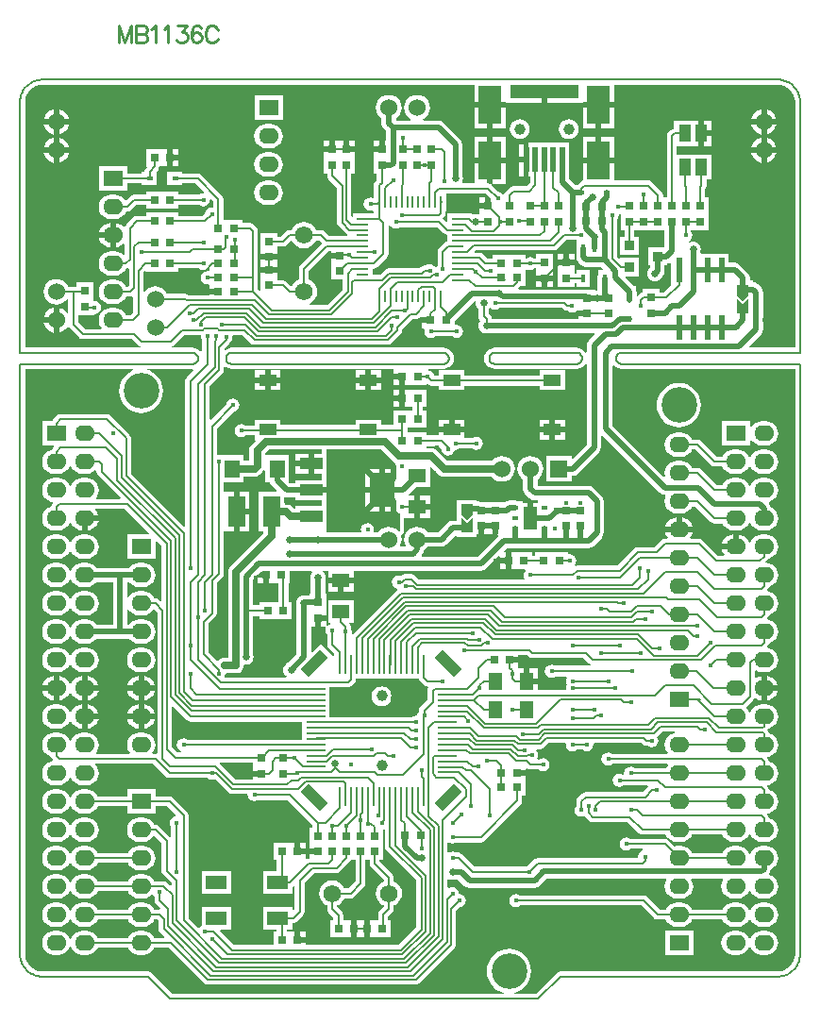
<source format=gbr>
%FSTAX23Y23*%
%MOIN*%
%SFA1B1*%

%IPPOS*%
%AMD38*
4,1,4,0.020900,-0.048600,0.048600,-0.020900,-0.020900,0.048600,-0.048600,0.020900,0.020900,-0.048600,0.0*
%
%AMD39*
4,1,4,-0.048600,-0.020900,-0.020900,-0.048600,0.048600,0.020900,0.020900,0.048600,-0.048600,-0.020900,0.0*
%
%ADD10R,0.043310X0.059060*%
%ADD11R,0.019690X0.017720*%
%ADD12R,0.047240X0.078740*%
%ADD13R,0.059060X0.110240*%
%ADD14R,0.078740X0.137800*%
%ADD15R,0.244100X0.047240*%
%ADD16R,0.020000X0.090550*%
%ADD17R,0.030000X0.030000*%
%ADD18R,0.016000X0.030000*%
%ADD19R,0.074800X0.051180*%
%ADD20R,0.060000X0.040000*%
%ADD21R,0.060000X0.050000*%
%ADD22R,0.023620X0.086610*%
%ADD23R,0.023620X0.086610*%
%ADD24R,0.080000X0.040000*%
%ADD25R,0.090000X0.120000*%
%ADD26R,0.040000X0.032000*%
%ADD27R,0.023620X0.017720*%
%ADD28R,0.030000X0.030000*%
%ADD29R,0.037400X0.035430*%
%ADD30R,0.037400X0.035430*%
%ADD31R,0.055120X0.064570*%
%ADD32R,0.017720X0.023620*%
%ADD33R,0.050000X0.060000*%
%ADD34R,0.007870X0.039370*%
%ADD35R,0.039370X0.007870*%
%ADD36R,0.066930X0.008660*%
%ADD37R,0.008660X0.066930*%
G04~CAMADD=38~9~0.0~0.0~393.7~984.3~0.0~0.0~0~0.0~0.0~0.0~0.0~0~0.0~0.0~0.0~0.0~0~0.0~0.0~0.0~225.0~972.0~971.0*
%ADD38D38*%
G04~CAMADD=39~9~0.0~0.0~393.7~984.3~0.0~0.0~0~0.0~0.0~0.0~0.0~0~0.0~0.0~0.0~0.0~0~0.0~0.0~0.0~135.0~972.0~971.0*
%ADD39D39*%
%ADD40C,0.005000*%
%ADD41C,0.008000*%
%ADD42C,0.020000*%
%ADD43C,0.025000*%
%ADD44C,0.010000*%
%ADD45O,0.070000X0.055000*%
%ADD46R,0.070000X0.055000*%
%ADD47C,0.060000*%
%ADD48R,0.060000X0.060000*%
%ADD49C,0.039370*%
%ADD50C,0.062000*%
%ADD51C,0.125980*%
%ADD52C,0.016000*%
%ADD53C,0.025000*%
%LNmb1136-1*%
%LPD*%
G36*
X02145Y02248D02*
X02105D01*
Y02278*
X02125Y02258*
X02145Y02278*
Y02248*
G37*
G36*
X0067Y02437D02*
X007D01*
Y02417*
X0067*
Y02397*
Y02342*
X00712*
Y02307*
X00657Y02252*
X00595*
X00594Y02257*
X00598Y02259*
X00608Y02266*
X00615Y02276*
X0062Y02287*
X00621Y02299*
X0062Y02311*
X00615Y02322*
X00608Y02332*
X00598Y02339*
X00593Y02342*
Y02372*
X00662Y02442*
X0067*
Y02437*
G37*
G36*
X01695Y02574D02*
Y02572D01*
Y02517*
X01707*
Y02495*
X01692*
Y02429*
X01759*
Y02495*
X01742*
Y02517*
X01849*
Y02457*
X0179*
Y02392*
X01798*
Y02387*
X01795Y02384*
X0179Y02378*
X01788Y02372*
X01787Y02365*
X01788Y02357*
X0179Y02351*
X01795Y02345*
X01801Y0234*
X01807Y02338*
X01815Y02337*
X01822Y02338*
X01828Y0234*
X01834Y02345*
X01839Y02351*
X0184Y02354*
X01842Y02356*
X01847Y02364*
X01849Y02374*
Y02392*
X01857*
Y024*
X01864Y02401*
X01868Y02404*
X01873Y02401*
Y02323*
X01847Y02297*
X0183*
Y0231*
X0177*
Y02296*
X01768Y02296*
X01762Y02292*
X01755Y02285*
X0175Y02287*
Y023*
X01749Y02304*
X01748Y02308*
Y02321*
X01739*
X0171Y0235*
X01712Y02354*
X01759*
Y0242*
X01692*
Y0242*
X01688Y02418*
X01682Y02424*
Y02555*
X01686Y02561*
X01688Y0257*
X01687Y02574*
X01691Y02577*
X01695Y02574*
G37*
G36*
X02145Y02288D02*
X02125Y02268D01*
X02105Y02288*
Y02298*
X02145*
Y02288*
G37*
G36*
X01233Y02243D02*
X01241Y02238D01*
X0125Y02236*
X01258Y02238*
X01264Y02242*
X01487*
X01492Y02237*
X01498Y02233*
X01505Y02232*
X01507*
X01513Y02228*
X01522Y02226*
X01531Y02228*
X01539Y02233*
X0154Y02235*
X01545Y02233*
Y02232*
X01575*
Y02212*
X01545*
Y02205*
X01239*
X01237Y02212*
X01233Y02218*
X01229Y02223*
Y02239*
X01232Y02243*
X01233Y02243*
G37*
G36*
X00211Y02145D02*
X00213Y02136D01*
X00215Y02132*
Y0209*
X0021Y02089*
X00208Y02091*
X00201Y02097*
X00191Y02101*
X00182Y02102*
X00182Y02102*
X00109*
X00108Y02107*
X00111Y02108*
X00117Y02112*
X00151Y02146*
X0021*
X00211Y02145*
G37*
G36*
X0117Y01513D02*
X0115Y01493D01*
X0113Y01513*
Y01523*
X0117*
Y01513*
G37*
G36*
Y01473D02*
X0113D01*
Y01503*
X0115Y01483*
X0117Y01503*
Y01473*
G37*
G36*
X01183Y02266D02*
X01182Y0226D01*
X01183Y02252*
X01185Y02246*
X0119Y0224*
X0119Y0224*
Y02215*
X01192Y02207*
X01196Y02201*
X01199Y02198*
X01195Y02193*
X01193Y02187*
X01192Y0218*
X01193Y02172*
X01195Y02166*
X012Y0216*
X01206Y02155*
X01212Y02153*
X0122Y02152*
X01227Y02153*
X0123Y02154*
X01601*
X01603Y02149*
X01581Y02128*
X01576Y02119*
X01574Y0211*
Y02087*
X01569Y02085*
X01565Y02091*
X01557Y02097*
X01548Y02101*
X01538Y02102*
X01538Y02102*
X0125*
X01249Y02102*
X0124Y02101*
X01231Y02097*
X01223Y02091*
X01217Y02084*
X01213Y02075*
X01212Y02065*
X01213Y02055*
X01217Y02046*
X01223Y02038*
X01231Y02032*
X0124Y02029*
X01249Y02027*
X0125Y02027*
X01538*
X01538Y02027*
X01548Y02029*
X01557Y02032*
X01565Y02038*
X01569Y02044*
X01574Y02043*
Y0176*
X01524Y0171*
X0152Y01712*
Y0172*
X0143*
Y0163*
X0152*
Y01649*
X01525*
X01534Y01651*
X01543Y01656*
X01618Y01731*
X01623Y0174*
X01625Y0175*
Y01789*
X0163Y01791*
X01831Y01589*
X0184Y01583*
X0185Y01582*
X01851*
X01853Y01577*
X01851Y01571*
X01849Y0156*
X01851Y01548*
X01855Y01538*
X01862Y01529*
X01871Y01522*
X01881Y01518*
X01892Y01517*
X01907*
X01918Y01518*
X01928Y01522*
X01937Y01529*
X01944Y01538*
X01945Y0154*
X01956*
X02011Y01486*
X02017Y01482*
X02025Y0148*
X02054*
X02055Y01478*
X02062Y01469*
X02071Y01462*
X02081Y01458*
X02092Y01457*
X02107*
X02118Y01458*
X02128Y01462*
X02137Y01469*
X02144Y01478*
X02147Y01485*
X02152*
X02155Y01478*
X02162Y01469*
X02171Y01462*
X02181Y01458*
X02192Y01457*
X02207*
X02218Y01458*
X02228Y01462*
X02237Y01469*
X02244Y01478*
X02248Y01488*
X0225Y015*
X02248Y01511*
X02244Y01521*
X02237Y0153*
X02228Y01537*
X02224Y01538*
X02224Y01541*
X02223Y01544*
X02218Y01553*
X02217Y01554*
X02218Y01558*
X02228Y01562*
X02237Y01569*
X02244Y01578*
X02248Y01588*
X0225Y016*
X02248Y01611*
X02244Y01621*
X02237Y0163*
X02228Y01637*
X02218Y01641*
X02207Y01642*
X02192*
X02181Y01641*
X02171Y01637*
X02162Y0163*
X02155Y01621*
X02152Y01614*
X02147*
X02144Y01621*
X02137Y0163*
X02128Y01637*
X02118Y01641*
X02107Y01642*
X02092*
X02081Y01641*
X02071Y01637*
X02062Y0163*
X02055Y01621*
X02053Y01617*
X02032*
X01977Y01672*
X01971Y01676*
X01965Y01677*
X01946*
X01944Y01681*
X01937Y0169*
X01928Y01697*
X01918Y01701*
X01907Y01702*
X01892*
X01881Y01701*
X01871Y01697*
X01862Y0169*
X01855Y01681*
X01851Y01671*
X01849Y0166*
X01851Y01649*
X01847Y01647*
X01846Y01647*
X01665Y01828*
Y02038*
X0167Y0204*
X01671Y02038*
X01679Y02032*
X01688Y02029*
X01697Y02027*
X01698Y02027*
X0231*
Y-0004*
X0231Y-00041*
X02309Y-00052*
X02305Y-00064*
X02299Y-00074*
X02292Y-00084*
X02283Y-00091*
X02272Y-00097*
X02261Y-001*
X02249Y-00101*
X02249Y-00101*
X01481*
X01474Y-00103*
X01468Y-00107*
X01395Y-0018*
X0132*
X01319Y-00175*
X01329Y-00172*
X01343Y-00165*
X01355Y-00155*
X01365Y-00143*
X01372Y-00129*
X01376Y-00115*
X01378Y-001*
X01376Y-00084*
X01372Y-0007*
X01365Y-00056*
X01355Y-00044*
X01343Y-00034*
X01329Y-00027*
X01315Y-00023*
X013Y-00021*
X01284Y-00023*
X0127Y-00027*
X01256Y-00034*
X01244Y-00044*
X01234Y-00056*
X01227Y-0007*
X01223Y-00084*
X01221Y-001*
X01223Y-00115*
X01227Y-00129*
X01234Y-00143*
X01244Y-00155*
X01256Y-00165*
X0127Y-00172*
X0128Y-00175*
X01279Y-0018*
X0011*
X00037Y-00107*
X00031Y-00103*
X00024Y-00101*
X-00349*
X-00349Y-00101*
X-00361Y-001*
X-00372Y-00097*
X-00383Y-00091*
X-00392Y-00084*
X-00399Y-00074*
X-00405Y-00064*
X-00409Y-00052*
X-0041Y-00041*
X-0041Y-0004*
Y-0004*
Y02027*
X-00029*
X-00028Y02022*
X-00029Y02022*
X-00043Y02015*
X-00055Y02005*
X-00065Y01993*
X-00072Y01979*
X-00076Y01965*
X-00078Y0195*
X-00076Y01934*
X-00072Y0192*
X-00065Y01906*
X-00055Y01894*
X-00043Y01884*
X-00029Y01877*
X-00015Y01873*
X0Y01871*
X00015Y01873*
X00029Y01877*
X00043Y01884*
X00055Y01894*
X00065Y01906*
X00072Y0192*
X00076Y01934*
X00078Y0195*
X00076Y01965*
X00072Y01979*
X00065Y01993*
X00055Y02005*
X00043Y02015*
X00029Y02022*
X00015Y02026*
X00015Y02027*
X00182*
X00182Y02027*
X00183Y02028*
X00186Y02023*
X00161Y01998*
X00157Y01992*
X00155Y01985*
Y01472*
X00151Y0147*
X-00035Y01657*
Y01782*
X-00037Y01789*
X-00038Y01791*
X-00041Y01795*
X-00108Y01862*
X-00114Y01866*
X-00121Y01867*
X-00285*
X-00291Y01866*
X-00297Y01862*
X-00312Y01847*
X-00316Y01842*
X-0035*
Y01757*
X-00309*
X-00307Y01752*
X-00312Y01747*
X-00316Y01741*
X-00316Y01741*
X-00318Y01741*
X-00328Y01737*
X-00337Y0173*
X-00344Y01721*
X-00348Y01711*
X-0035Y017*
X-00348Y01688*
X-00344Y01678*
X-00337Y01669*
X-00328Y01662*
X-00318Y01658*
X-00307Y01657*
X-00292*
X-00281Y01658*
X-00271Y01662*
X-00262Y01669*
X-00255Y01678*
X-00252Y01685*
X-00247*
X-00244Y01678*
X-00237Y01669*
X-00228Y01662*
X-00218Y01658*
X-00207Y01657*
X-00192*
X-00181Y01658*
X-00171Y01662*
X-00162Y01669*
X-00157Y01667*
Y01665*
X-00156Y01658*
X-00152Y01652*
X-00072Y01572*
X-00074Y01567*
X-00157*
X-0016Y01572*
X-00155Y01578*
X-00151Y01588*
X-00149Y016*
X-00151Y01611*
X-00155Y01621*
X-00162Y0163*
X-00171Y01637*
X-00181Y01641*
X-00192Y01642*
X-00207*
X-00218Y01641*
X-00228Y01637*
X-00237Y0163*
X-00244Y01621*
X-00247Y01614*
X-00252*
X-00255Y01621*
X-00262Y0163*
X-00271Y01637*
X-00281Y01641*
X-00292Y01642*
X-00307*
X-00318Y01641*
X-00328Y01637*
X-00337Y0163*
X-00344Y01621*
X-00348Y01611*
X-0035Y016*
X-00348Y01588*
X-00344Y01578*
X-00337Y01569*
X-00328Y01562*
X-00318Y01558*
X-00313Y01557*
X-00312Y01553*
X-00312Y01552*
X-00316Y01546*
X-00317Y01541*
X-00318Y01541*
X-00328Y01537*
X-00337Y0153*
X-00344Y01521*
X-00348Y01511*
X-0035Y015*
X-00348Y01488*
X-00344Y01478*
X-00337Y01469*
X-00328Y01462*
X-00318Y01458*
X-00307Y01457*
X-00292*
X-00281Y01458*
X-00271Y01462*
X-00262Y01469*
X-00255Y01478*
X-00252Y01485*
X-00247*
X-00244Y01478*
X-00237Y01469*
X-00228Y01462*
X-00218Y01458*
X-0021Y01457*
Y015*
X-002*
Y0151*
X-0015*
X-00151Y01511*
X-00155Y01521*
X-00162Y0153*
X-00161Y01532*
X-00057*
X00027Y01447*
X00025Y01442*
X-0005*
Y01357*
X0005*
Y01418*
X00054Y0142*
X00072Y01402*
Y01209*
X00067Y01207*
X00062Y01212*
X00056Y01216*
X0005Y01217*
X00046*
X00044Y01221*
X00037Y0123*
X00028Y01237*
X00018Y01241*
X00007Y01242*
X-00007*
X-00018Y01241*
X-00028Y01237*
X-00037Y0123*
X-00044Y01221*
X-00049Y01223*
Y01274*
X-00041*
X-00037Y01269*
X-00028Y01262*
X-00018Y01258*
X-00007Y01257*
X00007*
X00018Y01258*
X00028Y01262*
X00037Y01269*
X00044Y01278*
X00048Y01288*
X0005Y013*
X00048Y01311*
X00044Y01321*
X00037Y0133*
X00028Y01337*
X00018Y01341*
X00007Y01342*
X-00007*
X-00018Y01341*
X-00028Y01337*
X-00037Y0133*
X-00041Y01325*
X-00158*
X-00162Y0133*
X-00171Y01337*
X-00181Y01341*
X-00192Y01342*
X-00207*
X-00218Y01341*
X-00228Y01337*
X-00237Y0133*
X-00244Y01321*
X-00247Y01314*
X-00252*
X-00255Y01321*
X-00262Y0133*
X-00271Y01337*
X-00281Y01341*
X-00292Y01342*
X-00307*
X-00318Y01341*
X-00328Y01337*
X-00337Y0133*
X-00344Y01321*
X-00348Y01311*
X-0035Y013*
X-00348Y01288*
X-00344Y01278*
X-00337Y01269*
X-00328Y01262*
X-00318Y01258*
X-00307Y01257*
X-00292*
X-00281Y01258*
X-00271Y01262*
X-00262Y01269*
X-00255Y01278*
X-00252Y01285*
X-00247*
X-00244Y01278*
X-00237Y01269*
X-00228Y01262*
X-00218Y01258*
X-00207Y01257*
X-00192*
X-00181Y01258*
X-00171Y01262*
X-00162Y01269*
X-00158Y01274*
X-001*
Y01125*
X-00158*
X-00162Y0113*
X-00171Y01137*
X-00181Y01141*
X-00192Y01142*
X-00207*
X-00218Y01141*
X-00228Y01137*
X-00237Y0113*
X-00244Y01121*
X-00247Y01114*
X-00252*
X-00255Y01121*
X-00262Y0113*
X-00271Y01137*
X-00281Y01141*
X-00292Y01142*
X-00307*
X-00318Y01141*
X-00328Y01137*
X-00337Y0113*
X-00344Y01121*
X-00348Y01111*
X-0035Y011*
X-00348Y01088*
X-00344Y01078*
X-00337Y01069*
X-00328Y01062*
X-00318Y01058*
X-00307Y01057*
X-00292*
X-00281Y01058*
X-00271Y01062*
X-00262Y01069*
X-00255Y01078*
X-00252Y01085*
X-00247*
X-00244Y01078*
X-00237Y01069*
X-00228Y01062*
X-00218Y01058*
X-00207Y01057*
X-00192*
X-00181Y01058*
X-00171Y01062*
X-00162Y01069*
X-00158Y01074*
X-00041*
X-00037Y01069*
X-00028Y01062*
X-00018Y01058*
X-00007Y01057*
X00007*
X00018Y01058*
X00028Y01062*
X00037Y01069*
X00044Y01078*
X00048Y01088*
X0005Y011*
X00048Y01111*
X00044Y01121*
X00037Y0113*
X00028Y01137*
X00018Y01141*
X00007Y01142*
X-00007*
X-00018Y01141*
X-00028Y01137*
X-00037Y0113*
X-00041Y01125*
X-00049*
Y01176*
X-00044Y01178*
X-00037Y01169*
X-00028Y01162*
X-00018Y01158*
X-00007Y01157*
X00007*
X00018Y01158*
X00028Y01162*
X00037Y01169*
X00043Y01176*
X00047Y01176*
X00057Y01167*
Y0067*
X00053Y00667*
X0005Y00667*
X00042*
X00039Y00672*
X00044Y00678*
X00048Y00688*
X0005Y007*
X00048Y00711*
X00044Y00721*
X00037Y0073*
X00028Y00737*
X00018Y00741*
X00007Y00742*
X-00007*
X-00018Y00741*
X-00028Y00737*
X-00037Y0073*
X-00044Y00721*
X-00048Y00711*
X-0005Y007*
X-00048Y00688*
X-00044Y00678*
X-00039Y00672*
X-00042Y00667*
X-00157*
X-0016Y00672*
X-00155Y00678*
X-00151Y00688*
X-00149Y007*
X-00151Y00711*
X-00155Y00721*
X-00162Y0073*
X-00171Y00737*
X-00181Y00741*
X-00192Y00742*
X-00207*
X-00218Y00741*
X-00228Y00737*
X-00237Y0073*
X-00244Y00721*
X-00247Y00714*
X-00252*
X-00255Y00721*
X-00262Y0073*
X-00271Y00737*
X-00281Y00741*
X-00292Y00742*
X-00307*
X-00318Y00741*
X-00328Y00737*
X-00337Y0073*
X-00344Y00721*
X-00348Y00711*
X-0035Y007*
X-00348Y00688*
X-00344Y00678*
X-00337Y00669*
X-00328Y00662*
X-00318Y00658*
X-00317Y00658*
X-00316Y00653*
X-00312Y00647*
X-00312Y00646*
X-00313Y00642*
X-00318Y00641*
X-00328Y00637*
X-00337Y0063*
X-00344Y00621*
X-00348Y00611*
X-0035Y006*
X-00348Y00588*
X-00344Y00578*
X-00337Y00569*
X-00328Y00562*
X-00318Y00558*
X-00307Y00557*
X-00292*
X-00281Y00558*
X-00271Y00562*
X-00262Y00569*
X-00255Y00578*
X-00252Y00585*
X-00247*
X-00244Y00578*
X-00237Y00569*
X-00228Y00562*
X-00218Y00558*
X-00207Y00557*
X-00192*
X-00181Y00558*
X-00171Y00562*
X-00162Y00569*
X-00155Y00578*
X-00151Y00588*
X-00149Y006*
X-00151Y00611*
X-00155Y00621*
X-00162Y0063*
X-00161Y00632*
X00042*
X00087Y00587*
X0009Y00585*
X00093Y00583*
X001Y00582*
X00235*
X00241Y00578*
X0025Y00576*
X00258Y00578*
X0026Y00579*
X00307Y00532*
X00313Y00528*
X0032Y00527*
X00374*
X00376Y00525*
X00378Y00516*
X00383Y00508*
X00391Y00503*
X004Y00501*
X00408Y00503*
X00412Y00505*
X00516*
X00605Y00416*
Y00407*
X00595*
Y00347*
Y00332*
X00625*
Y00312*
X00595*
Y00297*
X0059*
X00586Y00297*
X00582Y003*
Y00315*
X00552*
Y00324*
X00542*
Y00355*
X00467*
Y00295*
X00479*
Y00253*
X0043*
Y00172*
X00535*
Y00198*
X00539Y00201*
X00542Y002*
Y00119*
X00538Y00116*
X00535Y00117*
Y00127*
X0043*
Y00046*
X00479*
Y0004*
X00467*
Y-00007*
X00327*
X00278Y00041*
X0028Y00046*
X00319*
Y00127*
X00214*
Y0006*
X00208Y00056*
X00206Y00054*
X00201Y00053*
X00167Y00087*
Y0045*
X00166Y00456*
X00164Y00459*
X00162Y00462*
X00112Y00512*
X00106Y00516*
X001Y00517*
X0005*
Y00542*
X-0005*
Y00517*
X-00153*
X-00155Y00521*
X-00162Y0053*
X-00171Y00537*
X-00181Y00541*
X-00192Y00542*
X-00207*
X-00218Y00541*
X-00228Y00537*
X-00237Y0053*
X-00244Y00521*
X-00247Y00514*
X-00252*
X-00255Y00521*
X-00262Y0053*
X-00271Y00537*
X-00281Y00541*
X-00292Y00542*
X-00307*
X-00318Y00541*
X-00328Y00537*
X-00337Y0053*
X-00344Y00521*
X-00348Y00511*
X-0035Y005*
X-00348Y00488*
X-00344Y00478*
X-00337Y00469*
X-00328Y00462*
X-00318Y00458*
X-00307Y00457*
X-00292*
X-00281Y00458*
X-00271Y00462*
X-00262Y00469*
X-00255Y00478*
X-00252Y00485*
X-00247*
X-00244Y00478*
X-00237Y00469*
X-00228Y00462*
X-00218Y00458*
X-00207Y00457*
X-00192*
X-00181Y00458*
X-00171Y00462*
X-00162Y00469*
X-00155Y00478*
X-00153Y00482*
X-0005*
Y00457*
X0005*
Y00482*
X00092*
X00122Y00452*
X0012Y00447*
X00116Y00446*
X00108Y00441*
X00103Y00433*
X00101Y00425*
X00103Y00416*
X00105Y00412*
Y00377*
X00104Y00375*
X00099Y00375*
X00062Y00412*
X00056Y00416*
X0005Y00417*
X00046*
X00044Y00421*
X00037Y0043*
X00028Y00437*
X00018Y00441*
X00007Y00442*
X-00007*
X-00018Y00441*
X-00028Y00437*
X-00037Y0043*
X-00044Y00421*
X-00048Y00411*
X-0005Y004*
X-00048Y00388*
X-00044Y00378*
X-00037Y00369*
X-00028Y00362*
X-00018Y00358*
X-00007Y00357*
X00007*
X00018Y00358*
X00028Y00362*
X00037Y00369*
X00043Y00376*
X00047Y00376*
X00072Y00352*
Y00255*
X00073Y00248*
X00077Y00242*
X00107Y00212*
Y00204*
X00102Y00202*
X00092Y00213*
X00086Y00216*
X00079Y00218*
X00045*
X00044Y00221*
X00037Y0023*
X00028Y00237*
X00018Y00241*
X00007Y00242*
X-00007*
X-00018Y00241*
X-00028Y00237*
X-00037Y0023*
X-00044Y00221*
X-00046Y00217*
X-00153*
X-00155Y00221*
X-00162Y0023*
X-00171Y00237*
X-00181Y00241*
X-00192Y00242*
X-00207*
X-00218Y00241*
X-00228Y00237*
X-00237Y0023*
X-00244Y00221*
X-00247Y00214*
X-00252*
X-00255Y00221*
X-00262Y0023*
X-00271Y00237*
X-00281Y00241*
X-00292Y00242*
X-00307*
X-00318Y00241*
X-00328Y00237*
X-00337Y0023*
X-00344Y00221*
X-00348Y00211*
X-0035Y002*
X-00348Y00188*
X-00344Y00178*
X-00337Y00169*
X-00328Y00162*
X-00318Y00158*
X-00307Y00157*
X-00292*
X-00281Y00158*
X-00271Y00162*
X-00262Y00169*
X-00255Y00178*
X-00252Y00185*
X-00247*
X-00244Y00178*
X-00237Y00169*
X-00228Y00162*
X-00218Y00158*
X-00207Y00157*
X-00192*
X-00181Y00158*
X-00171Y00162*
X-00162Y00169*
X-00155Y00178*
X-00153Y00182*
X-00046*
X-00044Y00178*
X-00037Y00169*
X-00028Y00162*
X-00018Y00158*
X-00007Y00157*
X00007*
X00018Y00158*
X00028Y00162*
X00037Y00169*
X00038Y0017*
X00043Y0017*
X00047Y00165*
Y0015*
X00048Y00143*
X00052Y00137*
X00067Y00122*
X00065Y00117*
X00065Y00117*
X00046*
X00044Y00121*
X00037Y0013*
X00028Y00137*
X00018Y00141*
X00007Y00142*
X-00007*
X-00018Y00141*
X-00028Y00137*
X-00037Y0013*
X-00044Y00121*
X-00046Y00117*
X-00153*
X-00155Y00121*
X-00162Y0013*
X-00171Y00137*
X-00181Y00141*
X-00192Y00142*
X-00207*
X-00218Y00141*
X-00228Y00137*
X-00237Y0013*
X-00244Y00121*
X-00247Y00114*
X-00252*
X-00255Y00121*
X-00262Y0013*
X-00271Y00137*
X-00281Y00141*
X-00292Y00142*
X-00307*
X-00318Y00141*
X-00328Y00137*
X-00337Y0013*
X-00344Y00121*
X-00348Y00111*
X-0035Y001*
X-00348Y00088*
X-00344Y00078*
X-00337Y00069*
X-00328Y00062*
X-00318Y00058*
X-00307Y00057*
X-00292*
X-00281Y00058*
X-00271Y00062*
X-00262Y00069*
X-00255Y00078*
X-00252Y00085*
X-00247*
X-00244Y00078*
X-00237Y00069*
X-00228Y00062*
X-00218Y00058*
X-00207Y00057*
X-00192*
X-00181Y00058*
X-00171Y00062*
X-00162Y00069*
X-00155Y00078*
X-00153Y00082*
X-00046*
X-00044Y00078*
X-00037Y00069*
X-00028Y00062*
X-00018Y00058*
X-00007Y00057*
X00007*
X00018Y00058*
X00028Y00062*
X00037Y00069*
X00044Y00078*
X00046Y00082*
X00057*
X00062Y00077*
Y0005*
X00063Y00043*
X00067Y00037*
X00082Y00022*
X0008Y00017*
X00046*
X00044Y00021*
X00037Y0003*
X00028Y00037*
X00018Y00041*
X00007Y00042*
X-00007*
X-00018Y00041*
X-00028Y00037*
X-00037Y0003*
X-00044Y00021*
X-00046Y00017*
X-00153*
X-00155Y00021*
X-00162Y0003*
X-00171Y00037*
X-00181Y00041*
X-00192Y00042*
X-00207*
X-00218Y00041*
X-00228Y00037*
X-00237Y0003*
X-00244Y00021*
X-00247Y00014*
X-00252*
X-00255Y00021*
X-00262Y0003*
X-00271Y00037*
X-00281Y00041*
X-00292Y00042*
X-00307*
X-00318Y00041*
X-00328Y00037*
X-00337Y0003*
X-00344Y00021*
X-00348Y00011*
X-0035Y0*
X-00348Y-00011*
X-00344Y-00021*
X-00337Y-0003*
X-00328Y-00037*
X-00318Y-00041*
X-00307Y-00042*
X-00292*
X-00281Y-00041*
X-00271Y-00037*
X-00262Y-0003*
X-00255Y-00021*
X-00252Y-00014*
X-00247*
X-00244Y-00021*
X-00237Y-0003*
X-00228Y-00037*
X-00218Y-00041*
X-00207Y-00042*
X-00192*
X-00181Y-00041*
X-00171Y-00037*
X-00162Y-0003*
X-00155Y-00021*
X-00153Y-00017*
X-00046*
X-00044Y-00021*
X-00037Y-0003*
X-00028Y-00037*
X-00018Y-00041*
X-00007Y-00042*
X00007*
X00018Y-00041*
X00028Y-00037*
X00037Y-0003*
X00044Y-00021*
X00046Y-00017*
X00097*
X00222Y-00142*
X00225Y-00144*
X00228Y-00146*
X00235Y-00147*
X0097*
X00976Y-00146*
X00982Y-00142*
X01107Y-00017*
X01111Y-00011*
X01112Y-00005*
Y00112*
X01127Y00126*
X01133Y00128*
X01141Y00133*
X01146Y00141*
X01148Y0015*
X01146Y00158*
X01141Y00166*
X01133Y00171*
X01125Y00173*
X01123Y00175*
X01121Y00183*
X01116Y00191*
X01108Y00196*
X011Y00198*
X01091Y00196*
X01087Y00194*
X01082Y00196*
Y00222*
X01087Y00225*
X01092Y00223*
X011Y00222*
X01107Y00223*
X0111Y00224*
X01119*
X01141Y00201*
X0115Y00196*
X0116Y00194*
X0139*
X01399Y00196*
X01408Y00201*
X01433Y00227*
X01854*
X01856Y00222*
X01855Y00221*
X01851Y00211*
X01849Y002*
X01851Y00188*
X01855Y00178*
X01862Y00169*
X01871Y00162*
X01881Y00158*
X01892Y00157*
X01907*
X01918Y00158*
X01928Y00162*
X01937Y00169*
X01944Y00178*
X01948Y00188*
X0195Y002*
X01948Y00211*
X01944Y00221*
X01943Y00222*
X01946Y00227*
X02054*
X02056Y00222*
X02055Y00221*
X02051Y00211*
X02049Y002*
X02051Y00188*
X02055Y00178*
X02062Y00169*
X02071Y00162*
X02081Y00158*
X02092Y00157*
X02107*
X02118Y00158*
X02128Y00162*
X02137Y00169*
X02144Y00178*
X02147Y00185*
X02152*
X02155Y00178*
X02162Y00169*
X02171Y00162*
X02181Y00158*
X02192Y00157*
X02207*
X02218Y00158*
X02228Y00162*
X02237Y00169*
X02244Y00178*
X02248Y00188*
X0225Y002*
X02248Y00211*
X02244Y00221*
X02237Y0023*
X02228Y00237*
X02218Y00241*
X02218Y00241*
X02218Y00241*
X02223Y0025*
X02225Y0026*
Y00261*
X02228Y00262*
X02237Y00269*
X02244Y00278*
X02248Y00288*
X0225Y003*
X02248Y00311*
X02244Y00321*
X02237Y0033*
X02228Y00337*
X02218Y00341*
X02207Y00342*
X02192*
X02181Y00341*
X02171Y00337*
X02162Y0033*
X02155Y00321*
X02152Y00314*
X02147*
X02144Y00321*
X02137Y0033*
X02128Y00337*
X02118Y00341*
X02107Y00342*
X02092*
X02081Y00341*
X02071Y00337*
X02062Y0033*
X02055Y00321*
X02053Y00317*
X01946*
X01944Y00321*
X01937Y0033*
X01928Y00337*
X01918Y00341*
X01907Y00342*
X01892*
X01883Y00341*
X01862Y00362*
X01856Y00366*
X0185Y00367*
X01729*
X01723Y00371*
X01715Y00373*
X01706Y00371*
X01698Y00366*
X01693Y00358*
X01691Y0035*
X01693Y00341*
X01698Y00333*
X01706Y00328*
X01715Y00326*
X01723Y00328*
X01729Y00332*
X01773*
X01773Y00327*
X01771Y00326*
X01763Y00321*
X01758Y00313*
X01756Y00305*
X01756Y00303*
X01753Y00299*
X014*
X01392Y00297*
X01386Y00293*
X01365Y00272*
X01361Y00271*
X01357Y00269*
X01178*
X01133Y00313*
X01127Y00317*
X0112Y00319*
X01112*
X01108Y00321*
X011Y00323*
X01091Y00321*
X01087Y00319*
X01082Y00321*
Y00353*
X01087Y00355*
X01091Y00353*
X011Y00351*
X01108Y00353*
X01112Y00355*
X012*
X01207Y00357*
X01213Y00361*
X01341Y00488*
X01345Y00495*
X01346Y00502*
Y0052*
X01357*
Y0057*
Y0059*
X01327*
Y0061*
X01357*
Y00615*
X01361Y00617*
X01367Y00613*
X01374Y00612*
X01405*
X01411Y00608*
X0142Y00606*
X01428Y00608*
X01436Y00613*
X01441Y00621*
X01443Y0063*
X01441Y00638*
X01436Y00646*
X01428Y00651*
X0142Y00653*
X01411Y00651*
X01405Y00648*
X014Y00649*
X01399Y00652*
X01401Y00656*
X01403Y00665*
X01401Y00673*
X01396Y00681*
X01397Y00684*
X01411*
X01417Y00686*
X01423Y00689*
X0144Y00706*
X01498*
X01502Y00702*
X01501Y007*
X01503Y00691*
X01508Y00683*
X01516Y00678*
X01525Y00676*
X01533Y00678*
X01539Y00682*
X0156*
X01566Y00678*
X01575Y00676*
X01583Y00678*
X01591Y00683*
X01596Y00691*
X01598Y007*
X01597Y00702*
X01601Y00706*
X01768*
X01772Y00702*
X01778Y00698*
X01785Y00697*
X0179*
X01796Y00693*
X01805Y00691*
X01813Y00693*
X01821Y00698*
X01826Y00706*
X01828Y00715*
X01826Y00723*
X01823Y00728*
X01842Y00747*
X01886*
X01887Y00742*
X01881Y00741*
X01871Y00737*
X01862Y0073*
X01855Y00721*
X01851Y00711*
X01849Y007*
X01851Y00688*
X01855Y00678*
X0186Y00672*
X01857Y00667*
X01664*
X01658Y00671*
X0165Y00673*
X01641Y00671*
X01633Y00666*
X01628Y00658*
X01626Y0065*
X01628Y00641*
X01633Y00633*
X01641Y00628*
X0165Y00626*
X01658Y00628*
X01664Y00632*
X01857*
X0186Y00627*
X01855Y00621*
X01853Y00617*
X01744*
X01738Y00621*
X0173Y00623*
X01721Y00621*
X01713Y00616*
X01708Y00608*
X01706Y006*
X01707Y00596*
X01703Y00593*
X01698Y00596*
X0169Y00598*
X01681Y00596*
X01673Y00591*
X01668Y00583*
X01666Y00575*
X01668Y00566*
X01673Y00558*
X01681Y00553*
X0169Y00551*
X01698Y00553*
X01704Y00557*
X01789*
X01792Y00553*
X01792Y00552*
X01772Y00532*
X0157*
X01563Y00531*
X01557Y00527*
X01542Y00512*
X01538Y00506*
X01537Y005*
Y00484*
X01533Y00478*
X01531Y0047*
X01533Y00461*
X01538Y00453*
X01546Y00448*
X01555Y00446*
X01563Y00448*
X01565Y00449*
X01567Y00447*
X01582Y00432*
X01588Y00428*
X01595Y00427*
X01718*
X01758Y00387*
X01764Y00383*
X01771Y00382*
X01853*
X01855Y00378*
X01862Y00369*
X01871Y00362*
X01881Y00358*
X01892Y00357*
X01907*
X01918Y00358*
X01928Y00362*
X01937Y00369*
X01944Y00378*
X01946Y00382*
X02053*
X02055Y00378*
X02062Y00369*
X02071Y00362*
X02081Y00358*
X02092Y00357*
X02107*
X02118Y00358*
X02128Y00362*
X02137Y00369*
X02144Y00378*
X02147Y00385*
X02152*
X02155Y00378*
X02162Y00369*
X02171Y00362*
X02181Y00358*
X02192Y00357*
X02207*
X02218Y00358*
X02228Y00362*
X02237Y00369*
X02244Y00378*
X02248Y00388*
X0225Y004*
X02248Y00411*
X02244Y00421*
X02237Y0043*
X02228Y00437*
X02218Y00441*
X02217Y00441*
X02216Y00446*
X02212Y00452*
X02212Y00453*
X02213Y00457*
X02218Y00458*
X02228Y00462*
X02237Y00469*
X02244Y00478*
X02248Y00488*
X0225Y005*
X02248Y00511*
X02244Y00521*
X02237Y0053*
X02228Y00537*
X02218Y00541*
X02217Y00541*
X02216Y00546*
X02212Y00552*
X02212Y00553*
X02213Y00557*
X02218Y00558*
X02228Y00562*
X02237Y00569*
X02244Y00578*
X02248Y00588*
X0225Y006*
X02248Y00611*
X02244Y00621*
X02237Y0063*
X02228Y00637*
X02218Y00641*
X02217Y00641*
X02216Y00646*
X02212Y00652*
X02212Y00653*
X02213Y00657*
X02218Y00658*
X02228Y00662*
X02237Y00669*
X02244Y00678*
X02248Y00688*
X0225Y007*
X02248Y00711*
X02244Y00721*
X02237Y0073*
X02228Y00737*
X02218Y00741*
X02217Y00741*
X02216Y00746*
X02214Y00749*
X02212Y00752*
X02214Y00755*
X02216Y00758*
X02216Y00758*
X02218Y00758*
X02228Y00762*
X02237Y00769*
X02244Y00778*
X02248Y00788*
X0225Y008*
X02248Y00811*
X02244Y00821*
X02237Y0083*
X02228Y00837*
X02218Y00841*
X02207Y00842*
X02192*
X02181Y00841*
X02171Y00837*
X02162Y0083*
X02155Y00821*
X02152Y00814*
X02147*
X02144Y00821*
X02137Y0083*
X02137Y0083*
X02137Y00832*
X02162Y00857*
X02165Y00862*
X0217Y00863*
X02171Y00862*
X02181Y00858*
X0219Y00857*
Y00899*
Y00942*
X02181Y00941*
X02172Y00937*
X02167Y0094*
Y00959*
X02172Y00962*
X02181Y00958*
X02192Y00957*
X02207*
X02218Y00958*
X02228Y00962*
X02237Y00969*
X02244Y00978*
X02248Y00988*
X0225Y01*
X02248Y01011*
X02244Y01021*
X02237Y0103*
X02228Y01037*
X02218Y01041*
X02213Y01042*
X02212Y01046*
X02212Y01047*
X02216Y01053*
X02217Y01058*
X02218Y01058*
X02228Y01062*
X02237Y01069*
X02244Y01078*
X02248Y01088*
X0225Y011*
X02248Y01111*
X02244Y01121*
X02237Y0113*
X02228Y01137*
X02218Y01141*
X02213Y01142*
X02212Y01146*
X02212Y01147*
X02216Y01153*
X02217Y01158*
X02218Y01158*
X02228Y01162*
X02237Y01169*
X02244Y01178*
X02248Y01188*
X0225Y012*
X02248Y01211*
X02244Y01221*
X02237Y0123*
X02228Y01237*
X02218Y01241*
X02213Y01242*
X02212Y01246*
X02212Y01247*
X02216Y01253*
X02217Y01258*
X02218Y01258*
X02228Y01262*
X02237Y01269*
X02244Y01278*
X02248Y01288*
X0225Y013*
X02248Y01311*
X02244Y01321*
X02237Y0133*
X02228Y01337*
X02218Y01341*
X02207Y01342*
X02206Y01345*
X02212Y01352*
X02216Y01358*
X02216Y01358*
X02218Y01358*
X02228Y01362*
X02237Y01369*
X02244Y01378*
X02248Y01388*
X0225Y014*
X02248Y01411*
X02244Y01421*
X02237Y0143*
X02228Y01437*
X02218Y01441*
X02207Y01442*
X02192*
X02181Y01441*
X02171Y01437*
X02162Y0143*
X02155Y01421*
X02152Y01414*
X02147*
X02144Y01421*
X02137Y0143*
X02128Y01437*
X02118Y01441*
X0211Y01442*
Y01399*
X021*
Y0139*
X0205*
X02051Y01388*
X02055Y01378*
X0206Y01372*
X02057Y01367*
X02037*
X01982Y01422*
X01976Y01426*
X0197Y01427*
X01942*
X01939Y01432*
X01944Y01438*
X01948Y01448*
X01949Y0145*
X0185*
X01851Y01448*
X01855Y01438*
X0186Y01432*
X01857Y01427*
X0185*
X01843Y01426*
X01837Y01422*
X01812Y01397*
X01755*
X01748Y01396*
X01742Y01392*
X01682Y01332*
X01541*
X01536Y01331*
X01533Y01336*
X01536Y01341*
X01538Y0135*
X01536Y01358*
X01531Y01366*
X01523Y01371*
X01515Y01373*
X01511Y01372*
X01507Y01375*
Y0138*
X01392*
Y01367*
X01382*
Y0138*
X01307*
Y01349*
Y0132*
X01355*
X01357Y01315*
X01353Y01308*
X01351Y013*
X01353Y01291*
X01355Y01287*
X01353Y01283*
X00983*
X00969Y01297*
X00963Y01301*
X00956Y01302*
X00931*
X00924Y01301*
X00918Y01297*
X00917Y01296*
X0091Y01298*
X00901Y01296*
X00893Y01291*
X00888Y01283*
X00886Y01275*
X00888Y01266*
X00893Y01258*
X00901Y01253*
X00902Y01253*
X00905Y01248*
X00905Y01247*
X00748Y01091*
X00744Y01094*
X00745Y011*
X00743Y01108*
X0074Y01114*
Y01117*
X00738Y01124*
X00734Y0113*
X00735Y01131*
X0075*
Y01211*
X0066*
Y01131*
X00669*
X0067Y01126*
X00666Y01125*
X00659Y01121*
X00655Y01123*
Y01137*
X00635*
Y01117*
X00651*
X00653Y01113*
X00653Y01112*
X00651Y01103*
X00653Y01094*
X00657Y01089*
Y01055*
X00658Y01048*
X00662Y01042*
X00683Y01021*
Y01014*
X00678Y01012*
X00634Y01056*
X00605Y01026*
X006Y01028*
Y01117*
X00615*
Y01147*
X00624*
Y01157*
X00655*
Y01172*
Y01232*
X0065*
Y01279*
X00651Y01282*
X00652Y0129*
X00651Y01297*
X00649Y01303*
X00644Y01309*
X00638Y01314*
X00638Y01314*
X0066*
Y01291*
X0075*
Y01314*
X012*
X01209Y01316*
X01218Y01321*
X01262Y01366*
X01267Y01364*
Y0136*
X01287*
Y0138*
X01282*
X0128Y01384*
X0129Y01394*
X0147*
X0158*
X01589Y01396*
X01598Y01401*
X01628Y01431*
X01633Y0144*
X01635Y0145*
Y0156*
X01633Y01569*
X01628Y01578*
X01598Y01607*
X0159Y01613*
X0158Y01614*
X01401*
X014Y01615*
Y01637*
X01407Y01642*
X01414Y01652*
X01418Y01663*
X0142Y01675*
X01418Y01686*
X01414Y01697*
X01407Y01707*
X01397Y01714*
X01386Y01718*
X01375Y0172*
X01363Y01718*
X01352Y01714*
X01342Y01707*
X01335Y01697*
X01331Y01686*
X01329Y01675*
X01331Y01663*
X01335Y01652*
X01342Y01642*
X01349Y01637*
Y01605*
X01351Y01595*
X01356Y01586*
X01372Y01571*
X0138Y01565*
X0139Y01563*
X01401*
Y01561*
Y01554*
X01385*
Y01499*
X01365*
Y01554*
X01348*
Y01561*
X01332*
X01323Y01562*
X013*
X0129Y0156*
X01285Y01557*
X0128*
X01202*
X01193Y01559*
X01185*
Y01564*
X01115*
Y01525*
X01114Y01523*
Y01513*
X01115Y01512*
Y01505*
X01114Y01503*
Y01491*
X01101*
X01091Y01489*
X01083Y01484*
X01049Y0145*
X01012*
X01007Y01457*
X00997Y01464*
X00986Y01468*
X00975Y0147*
X00963Y01468*
X00952Y01464*
X00942Y01457*
X00935Y01447*
X00931Y01436*
X00929Y01425*
X00931Y01413*
X00934Y01404*
X00931Y014*
X00918*
X00915Y01404*
X00918Y01413*
X0092Y01425*
X00918Y01436*
X00917Y01439*
X00918Y0144*
X00918Y01441*
X00919Y01441*
X00921Y01442*
X00923Y01443*
X00923Y01443*
X00924Y01444*
X00925Y01446*
X00926Y01446*
X00926Y01446*
X00926Y01446*
X00927Y01448*
X00927Y01448*
X00927Y01448*
X00928Y0145*
X00928Y0145*
X00928Y01451*
X00928Y01452*
X00929Y01452*
X00929Y01453*
X00929Y01454*
X00929Y01454*
X00929Y01454*
X00929Y01455*
X00929Y01455*
X00929Y01456*
Y015*
X0093*
X00965*
Y01539*
Y0158*
X00947*
X00945Y01584*
X00971Y0161*
X0102*
Y01679*
X01024Y01681*
X0105Y01655*
X01056Y0165*
X01062Y01648*
X0107Y01647*
X01239*
X01242Y01642*
X01252Y01635*
X01263Y01631*
X01275Y01629*
X01286Y01631*
X01297Y01635*
X01307Y01642*
X01314Y01652*
X01318Y01663*
X0132Y01675*
X01318Y01686*
X01314Y01697*
X01307Y01707*
X01297Y01714*
X01286Y01718*
X01275Y0172*
X01263Y01718*
X01252Y01714*
X01242Y01707*
X01239Y01702*
X01081*
X01044Y01739*
X01038Y01744*
X01032Y01746*
X01025Y01747*
X01007*
Y01755*
X01051*
X01061Y01745*
X01061Y01745*
X01063Y01736*
X01068Y01728*
X01076Y01723*
X01085Y01721*
X01093Y01723*
X01101Y01728*
X01106Y01736*
X01107Y01741*
X0111Y01741*
X01118Y01743*
X01124Y01747*
X0117*
X01176Y01743*
X01185Y01741*
X01193Y01743*
X01201Y01748*
X01206Y01756*
X01208Y01765*
X01206Y01773*
X01201Y01781*
X01193Y01786*
X01185Y01788*
X01176Y01786*
X0117Y01782*
X01142*
Y01802*
X01052*
Y01794*
X01007*
Y01805*
X0094*
Y01812*
Y0182*
X01007*
Y0188*
X00995*
Y01895*
X01007*
Y01955*
X00932*
Y01924*
Y01895*
X00959*
Y0188*
X00892*
Y01829*
X00847*
Y01847*
X00757*
Y01829*
X00492*
Y01847*
X00402*
Y01827*
X00369*
X00363Y01831*
X00355Y01833*
X00346Y01831*
X00338Y01826*
X00333Y01818*
X00331Y0181*
X00333Y01801*
X00338Y01793*
X00346Y01788*
X00355Y01786*
X00363Y01788*
X00369Y01792*
X00402*
Y01777*
X00404Y01773*
X0039Y01759*
X00385Y01753*
X00383Y01747*
X00382Y0174*
Y01715*
Y01702*
X00362*
Y01722*
X0028*
X00275Y01723*
X00271Y01722*
X00267Y01725*
Y01817*
X00327Y01876*
X00333Y01878*
X00341Y01883*
X00346Y01891*
X00348Y019*
X00346Y01908*
X00341Y01916*
X00333Y01921*
X00325Y01923*
X00316Y01921*
X00308Y01916*
X00303Y01908*
X00301Y01902*
X00247Y01847*
X00242Y01849*
Y01967*
X00287Y02012*
X00289Y02015*
X00291Y02018*
X00292Y02025*
Y02033*
X00297Y02035*
X00301Y02032*
X0031Y02029*
X00319Y02027*
X0032Y02027*
X00892*
Y0201*
X00922*
Y02*
X00932*
Y0197*
X01007*
Y01973*
X01007Y01974*
X01012Y01976*
X01014Y01974*
X01019Y0197*
X01026Y01968*
X01052*
Y01952*
X01142*
Y01968*
X01407*
Y01952*
X01497*
Y02022*
X01407*
Y02004*
X01142*
Y02022*
X01052*
Y02004*
X01035*
X01035Y02008*
X01029Y02016*
X01022Y02021*
X01013Y02023*
Y02024*
X01016Y02027*
X01068*
X01068Y02027*
X01077Y02029*
X01086Y02032*
X01094Y02038*
X011Y02046*
X01104Y02055*
X01105Y02065*
X01104Y02075*
X011Y02084*
X01094Y02091*
X01086Y02097*
X01077Y02101*
X01068Y02102*
X01068Y02102*
X0032*
X00319Y02102*
X0031Y02101*
X00301Y02097*
X00297Y02094*
X00293Y02096*
X00292Y02097*
X00312Y02117*
X00316Y02123*
X00316Y02123*
X00316Y02123*
X00321Y02131*
X00323Y0214*
X00322Y02142*
X00326Y02146*
X00358*
X00387Y02117*
X0039Y02115*
X00393Y02113*
X004Y02112*
X00871*
X00878Y02113*
X00883Y02117*
X00918Y02151*
X00921Y02157*
X00923Y02164*
Y02167*
X00957Y02202*
X0097*
X00976Y02203*
X00982Y02207*
X00987Y02212*
X00992Y0221*
Y0221*
X01022*
Y0219*
X00992*
Y0217*
X00999*
X01002Y02166*
X01001Y0216*
X01003Y02151*
X01008Y02143*
X01016Y02138*
X01025Y02136*
X01033Y02138*
X01039Y02142*
X011*
X01106Y02138*
X01115Y02136*
X01123Y02138*
X01131Y02143*
X01136Y02151*
X01138Y0216*
X01136Y02168*
X01131Y02176*
X01123Y02181*
X01115Y02183*
X01111Y02182*
X01107Y02185*
Y02197*
X01178Y02268*
X01183Y02266*
G37*
G36*
X00605Y01309D02*
X00605Y01309D01*
X006Y01303*
X00598Y01297*
X00597Y0129*
X00598Y01282*
X00599Y01279*
Y01232*
X00595*
Y01227*
X00577*
X00575Y01227*
X00575Y01227*
X00567Y01226*
X00561Y01224*
X00555Y01219*
X0055Y01213*
X00548Y01207*
X00547Y012*
X00548Y01192*
X00549Y01189*
Y0102*
X00519Y0099*
X00516Y00989*
X0051Y00984*
X00505Y00978*
X00503Y00972*
X00502Y00965*
X00503Y00957*
X00505Y00951*
X0051Y00945*
X00514Y00942*
X00512Y00937*
X00299*
X00296Y00941*
X00298Y0095*
X003Y00952*
X00335*
X00342Y00953*
X00348Y00955*
X00354Y0096*
X00359Y00966*
X00361Y00972*
X00362Y00979*
X00366Y00982*
X0037Y00982*
X00377Y00983*
X00383Y00985*
X00389Y0099*
X00394Y00996*
X00396Y01002*
X00397Y0101*
X00396Y01017*
X00395Y0102*
Y01155*
X00417*
Y01145*
X00532*
Y01205*
X0052*
Y01269*
X00525*
Y01314*
X00603*
X00605Y01309*
G37*
G36*
X0126Y01442D02*
X01259D01*
X01261Y01437*
X01189Y01365*
X00993*
X00991Y0137*
X00993Y01371*
X00998Y0138*
X00999Y01387*
X01007Y01392*
X01012Y01399*
X0106*
X01069Y01401*
X01078Y01406*
X0111Y01439*
X01115Y01437*
Y01435*
X01185*
Y01442*
X0119*
Y01472*
X0121*
Y01442*
X0124*
Y01472*
X0126*
Y01442*
G37*
G36*
X01227Y02637D02*
X01225Y02632D01*
X01232*
X01235Y02629*
Y02602*
X01225*
Y02592*
X01195*
Y02576*
X0119Y02573*
X01189Y02574*
X01182Y02575*
X01175Y02574*
X0117Y02572*
X01164Y02576*
X01157Y02577*
X01117*
X01115Y02577*
X01082*
Y02549*
X01078Y02547*
X01066Y02558*
X01066Y02561*
X0107Y02565*
X01074Y02571*
X01076Y02578*
Y02582*
X01077*
Y02614*
X01077Y02617*
Y0262*
X01077Y02623*
Y02647*
X01217*
X01227Y02637*
G37*
G36*
X0044Y013D02*
X0045D01*
Y01269*
X00484*
Y01205*
X00417*
Y01194*
X00395*
Y012*
Y01284*
X00405Y01294*
X0041Y01292*
Y01298*
X00421Y01309*
X0044*
Y013*
G37*
G36*
X00883Y02529D02*
X00891Y02524D01*
X009Y02522*
X00908Y02524*
X00914Y02528*
X01046*
X01068Y02506*
X01074Y02502*
X01081Y02501*
X01082*
Y02499*
Y0248*
Y02477*
X01078Y02476*
X01072Y02472*
X01052Y02452*
X01048Y02446*
X01047Y0244*
Y02394*
X01043Y02388*
X01037Y0239*
X01036Y02391*
X01028Y02396*
X0102Y02398*
X01011Y02396*
X01005Y02392*
X01*
X00993Y02391*
X00987Y02387*
X00982Y02382*
X00875*
X00868Y02381*
X00862Y02377*
X00844Y02359*
X00817*
Y0236*
Y02362*
Y02381*
X00821*
X00829Y02382*
X00835Y02387*
X00868Y0242*
X00872Y02426*
X00874Y02434*
Y02534*
X00879Y02535*
X00883Y02529*
G37*
G36*
X00242Y02383D02*
Y02375D01*
X00238Y02372*
X00235Y02373*
X00226Y02371*
X00218Y02366*
X00213Y02358*
X00211Y0235*
X00213Y02341*
X00218Y02333*
X00226Y02328*
X00235Y02326*
X00238Y02327*
X00242Y02324*
Y0232*
Y0231*
X00272*
Y0229*
X00242*
Y02287*
X00167*
X00161Y02291*
X00155Y02292*
X00091*
X00089Y02297*
X00082Y02307*
X00072Y02314*
X00061Y02318*
X0005Y0232*
X00038Y02318*
X00027Y02314*
X00017Y02307*
X00012Y023*
X00007Y02301*
Y02367*
X00012Y02372*
X00017Y0237*
Y0237*
X00132*
Y02382*
X00205*
X00211Y02378*
X0022Y02376*
X00228Y02378*
X00236Y02383*
X00237Y02385*
X00242Y02383*
G37*
G36*
X01539Y02463D02*
X01539Y02462D01*
X01537Y02453*
Y02422*
X01539Y02412*
X01544Y02404*
X01554Y02394*
X01562Y02389*
X01572Y02387*
X01626*
X01632Y02381*
X0163Y02376*
X01614*
Y02357*
X01613Y02356*
X01611Y02346*
Y02305*
X01608Y02304*
X01605Y02307*
X01572*
X0157Y02307*
X01334*
X01332Y02312*
X0134Y02319*
X0134Y0232*
X01357*
Y0237*
Y02378*
X01361Y02381*
X01366Y02378*
X01375Y02376*
X01383Y02378*
X01389Y02382*
X01395*
Y02372*
Y02357*
X01455*
Y02372*
Y02432*
X01395*
Y02417*
X01389*
X01383Y02421*
X01375Y02423*
X01366Y02421*
X01361Y02418*
X01357Y02421*
Y0243*
X01242*
Y02417*
X01222*
X01207Y02433*
X01201Y02436*
X01194Y02438*
X01179*
X01178Y02442*
X01181Y02446*
X01459*
X01466Y02448*
X01472Y02451*
X01502Y02482*
X01539*
Y02463*
G37*
G36*
X01368Y01012D02*
D01*
X01374Y01008*
X01381Y01007*
X01562*
X01582Y00987*
X01587Y00984*
X01585Y00979*
X01462*
X01458Y00981*
X0145Y00983*
X01441Y00981*
X01433Y00976*
X01428Y00968*
X01426Y0096*
X01428Y00951*
X01433Y00943*
X01441Y00938*
X0145Y00936*
X01458Y00938*
X01462Y0094*
X01502*
X01504Y00936*
X01503Y00933*
X01501Y00925*
X01503Y00916*
X01506Y00912*
X01503Y00907*
X01501Y00899*
X01502Y00896*
X01498Y00892*
X014*
Y00915*
X01359*
Y00924*
X0135*
Y0097*
X01333*
Y0099*
X01303*
Y0101*
X01333*
Y01017*
X01363*
X01368Y01012*
G37*
G36*
X0089Y017D02*
X00896Y01695D01*
X00897Y01695*
X00898Y01693*
X00896Y01685*
X00897Y01678*
X00894Y01675*
X0086*
Y01599*
Y01525*
X00902*
X00903Y01523*
X00911Y01518*
X00914Y01517*
Y015*
Y01456*
X00914Y01456*
X00914Y01455*
X00909Y01454*
X00907Y01457*
X00897Y01464*
X00886Y01468*
X00875Y0147*
X00863Y01468*
X00852Y01464*
X00842Y01457*
X00837Y0145*
X00825*
X00822Y01454*
X00823Y0146*
X00821Y01468*
X00816Y01476*
X00808Y01481*
X008Y01483*
X00791Y01481*
X00783Y01476*
X00778Y01468*
X00776Y0146*
X00777Y01454*
X00774Y0145*
X00655*
Y01472*
Y01542*
Y01565*
Y0159*
X00599*
Y0161*
X00655*
Y01635*
Y01658*
Y01728*
Y01742*
X00848*
X0089Y017*
G37*
G36*
X00395Y00622D02*
Y00607D01*
X00425*
Y00587*
X00395*
Y00577*
X00332*
X00277Y00632*
X00279Y00637*
X00395*
Y00622*
G37*
G36*
X00163Y00786D02*
D01*
X00168Y00782*
X00175Y00781*
X00569*
Y0078*
Y0076*
Y0074*
Y0072*
Y00717*
X00164*
X00158Y00721*
X0015Y00723*
X00141Y00721*
X00133Y00716*
X00128Y00708*
X00126Y007*
X00128Y00691*
X00133Y00683*
X00141Y00678*
X00143Y00677*
X00143Y00672*
X00127*
X00107Y00692*
Y00835*
X00112Y00837*
X00163Y00786*
G37*
G36*
X00639Y01728D02*
X0061D01*
Y01692*
Y01658*
X00639*
Y01635*
X00545*
Y01625*
X00525*
X00522Y01628*
Y01722*
X00437*
Y01728*
X00451Y01742*
X00639*
Y01728*
G37*
G36*
X00437Y01667D02*
Y01627D01*
X00455*
X00456Y01625*
X00461Y01616*
X00479Y01599*
X00477Y01595*
X00416*
Y01454*
X00433*
Y01447*
X00315Y01329*
X0031Y01323*
X00308Y01317*
X00307Y0131*
Y01007*
X00295*
X00287Y01006*
X00281Y01004*
X00275Y00999*
X00273Y00997*
X00268Y00996*
X00237Y01027*
Y01127*
X00262Y01152*
X00266Y01158*
X00267Y01165*
Y01272*
X00287Y01292*
X00291Y01298*
X00292Y01305*
Y01454*
X00294*
X00296*
X00328*
Y01524*
Y01595*
X00296*
X00294*
X00292Y01596*
Y01627*
X00362*
Y01647*
X004*
X00407Y01648*
X00413Y0165*
X00419Y01655*
X00429Y01665*
X00432Y01669*
X00437Y01667*
G37*
G36*
X00861Y00399D02*
Y00341D01*
X00863Y00334*
X00867Y00328*
X00972Y00223*
Y00055*
X00909Y-00007*
X00582*
Y0*
X00552*
Y00009*
X00542*
Y0004*
X00515*
Y00046*
X00535*
Y00069*
X00537*
X00543Y0007*
X00549Y00074*
X00572Y00097*
X00576Y00103*
X00577Y0011*
Y00212*
X00612Y00247*
X0069*
X00696Y00248*
X00702Y00252*
X00737Y00287*
X00739Y0029*
X00741Y00292*
X00757*
Y00217*
X00732Y00192*
X00717*
X00715Y00198*
X00708Y00208*
X00698Y00215*
X00687Y0022*
X00675Y00221*
X00663Y0022*
X00652Y00215*
X00642Y00208*
X00635Y00198*
X0063Y00187*
X00628Y00175*
X0063Y00163*
X00635Y00152*
X00642Y00142*
X00652Y00135*
X00657Y00132*
Y0012*
X00658Y00113*
X00662Y00107*
X00679Y0009*
Y0008*
X00667*
Y0002*
X00742*
Y00049*
Y0008*
X00715*
Y00097*
X00713Y00104*
X0071Y0011*
X00692Y00127*
Y00132*
X00698Y00135*
X00708Y00142*
X00715Y00152*
X00717Y00157*
X0074*
X00746Y00158*
X00752Y00162*
X00787Y00197*
X00789Y002*
X00791Y00203*
X00792Y0021*
Y00292*
X00807*
Y0028*
X00808Y00273*
X00812Y00267*
X00857Y00222*
Y00217*
X00852Y00215*
X00842Y00208*
X00835Y00198*
X0083Y00187*
X00828Y00175*
X0083Y00163*
X00835Y00152*
X00842Y00142*
X00852Y00135*
X00857Y00132*
Y00127*
X00842Y00112*
X00838Y00106*
X00837Y001*
Y0008*
X00807*
Y00049*
Y0002*
X00882*
Y0008*
X00872*
Y00092*
X00887Y00107*
X00889Y0011*
X00891Y00113*
X00892Y0012*
Y00132*
X00898Y00135*
X00908Y00142*
X00915Y00152*
X0092Y00163*
X00921Y00175*
X0092Y00187*
X00915Y00198*
X00908Y00208*
X00898Y00215*
X00892Y00217*
Y0023*
X00891Y00236*
X00889Y00239*
X00887Y00242*
X00842Y00287*
Y00292*
X00855*
Y00347*
Y00399*
X00859Y00401*
X00861Y00399*
G37*
G36*
X00981Y0093D02*
X00985Y00924D01*
X00997Y00912*
X01003Y00908*
X0101Y00907*
X01013*
X01015Y00902*
X01012Y00897*
X0101Y0089*
Y00858*
X00986Y00833*
X00982Y00827*
X0098Y0082*
Y00817*
X00978Y00813*
X00976Y00805*
X00972Y00802*
X0097Y00803*
X00961Y00801*
X00954Y00797*
X00666*
Y00799*
Y00819*
Y00839*
Y00858*
Y00878*
Y00902*
X0073*
X00736Y00903*
X00742Y00907*
X00754Y00919*
X00758Y00925*
X00759Y00931*
Y00933*
X0098*
X00981Y0093*
G37*
G36*
X00515Y01574D02*
X00545D01*
Y01565*
X00639*
Y01542*
X00545*
Y01534*
X00539*
X0053Y01544*
X00524Y01548*
X00517Y01551*
X0051Y01552*
X00505*
Y01572*
X00509Y01575*
X00515Y01574*
G37*
G36*
X02261Y0303D02*
X02272Y03027D01*
X02283Y03021*
X02292Y03014*
X02299Y03004*
X02305Y02994*
X02309Y02982*
X0231Y02971*
X0231Y0297*
Y02102*
X0215*
X02148Y02107*
X0219Y02148*
X02195Y02157*
X02197Y02167*
Y02298*
X02195Y02307*
X0219Y02316*
X02179Y02326*
X02171Y02332*
X02161Y02334*
X0216*
Y02339*
X0215*
Y0235*
X02148Y02359*
X02143Y02368*
X02115Y02395*
X02107Y024*
X02097Y02402*
X02076*
Y02435*
X02023*
X01978*
X01975Y02439*
X01976Y02442*
X01977Y0245*
X01976Y02457*
X01974Y02463*
X01969Y02469*
X01963Y02474*
X01957Y02476*
X0195Y02477*
X01942Y02476*
X01937Y02474*
X01934Y02478*
X01941Y02483*
X01946Y02491*
X01948Y025*
X01946Y02508*
X01942Y02514*
Y02517*
X02005*
Y02572*
Y02632*
X01992*
Y02662*
X01996Y02667*
X01997Y02674*
Y02696*
X02016*
Y02785*
X01892*
Y02814*
X01969*
Y02859*
Y02903*
X01883*
Y02876*
X01877Y02875*
X01871Y02871*
X01862Y02862*
X01858Y02856*
X01857Y0285*
Y02632*
X01844*
Y0264*
X01842Y02647*
X01838Y02653*
X01803Y02688*
X01797Y02692*
X0179Y02694*
X0167*
Y02754*
X01561*
Y02693*
X01557Y02692*
X01551Y02688*
X01541Y02678*
X01539Y02676*
X01534Y02676*
X01513Y02697*
Y02766*
X01512Y02769*
Y02827*
X01368*
Y02766*
Y02706*
X01375*
Y02685*
X01362Y02672*
X01315*
X01308Y02671*
X01302Y02667*
X01287Y02652*
X01283Y02646*
X01283Y02645*
X01278Y02644*
X01276Y02646*
X01268Y02651*
X01262Y02653*
X01237Y02677*
X01238Y0268*
X01232*
X01231Y02681*
X0123Y02681*
X01225Y02682*
X01223*
Y02754*
X01179*
Y02682*
X01137*
X01134Y02687*
X01136Y02692*
X01137Y027*
X01136Y02707*
X01135Y0271*
Y0282*
X01133Y02829*
X01128Y02838*
X01068Y02898*
X01059Y02903*
X0105Y02905*
X00997*
X00996Y0291*
X00997Y0291*
X01007Y02917*
X01014Y02927*
X01018Y02938*
X0102Y0295*
X01018Y02961*
X01014Y02972*
X01007Y02982*
X00997Y02989*
X00986Y02993*
X00975Y02995*
X00963Y02993*
X00952Y02989*
X00942Y02982*
X00935Y02972*
X00931Y02961*
X00929Y0295*
X00931Y02938*
X00935Y02927*
X00942Y02917*
X00952Y0291*
X00953Y0291*
X00952Y02905*
X009*
X009Y02905*
Y02912*
X00907Y02917*
X00914Y02927*
X00918Y02938*
X0092Y0295*
X00918Y02961*
X00914Y02972*
X00907Y02982*
X00897Y02989*
X00886Y02993*
X00875Y02995*
X00863Y02993*
X00852Y02989*
X00842Y02982*
X00835Y02972*
X00831Y02961*
X00829Y0295*
X00831Y02938*
X00835Y02927*
X00842Y02917*
X00849Y02912*
Y02895*
X00851Y02885*
X00856Y02876*
X00864Y02869*
Y02832*
X0086*
Y02802*
X0085*
Y02792*
X0082*
Y02772*
Y02717*
X0083*
Y02693*
X00828Y0269*
X00823Y02684*
X00822Y02676*
Y02634*
X00818Y02631*
X0081Y02633*
X00801Y02631*
X00793Y02626*
X00788Y02618*
X00786Y0261*
X00788Y02601*
X00793Y02593*
X00801Y02588*
X0081Y02586*
X00818Y02588*
X00822Y02585*
Y02577*
X00782*
X0078Y02577*
X00747*
Y02563*
X00747Y02563*
X00742Y02566*
Y02717*
X00755*
Y02772*
Y02792*
X00724*
Y02802*
X00715*
Y02832*
X00685*
Y02802*
X00675*
Y02792*
X00645*
Y02772*
Y02717*
X00657*
Y0271*
X00658Y02703*
X00662Y02697*
X00692Y02667*
Y02545*
X00693Y02538*
X00697Y02532*
X00723Y02506*
X00723*
X00729Y02502*
X00729Y02502*
X00729Y02497*
X00662*
X00647Y02512*
X00642Y02516*
X00635Y02517*
X00617*
X00615Y02522*
X00608Y02532*
X00598Y02539*
X00587Y02544*
X00575Y02546*
X00563Y02544*
X00552Y02539*
X00542Y02532*
X00535Y02522*
X00532Y02517*
X00524*
X00517Y02516*
X00512Y02512*
X00495Y02495*
X0048*
Y02507*
X0042*
Y02447*
Y02432*
X0048*
Y02447*
Y02459*
X00502*
X00509Y02461*
X00515Y02464*
X00529Y02479*
X00534Y02478*
X00535Y02476*
X00542Y02466*
X00552Y02459*
X00563Y02454*
X00575Y02453*
X00587Y02454*
X00598Y02459*
X00608Y02466*
X00615Y02476*
X00617Y02481*
X00627*
X00637Y02472*
Y02467*
X00562Y02392*
X00558Y02387*
X00557Y0238*
Y02342*
X00552Y02339*
X00542Y02332*
X00535Y02322*
X00534Y02321*
X00529Y0232*
X00515Y02335*
X00509Y02338*
X00502Y0234*
X0048*
Y02347*
Y02367*
X0042*
Y02347*
Y02306*
X00417Y02305*
X00412Y02308*
Y0235*
Y02515*
X00411Y02521*
X00407Y02527*
X00397Y02537*
X00391Y02541*
X00385Y02542*
X00357*
Y02555*
X0029*
Y02627*
X00288Y02634*
X00285Y0264*
X00212Y02712*
X00206Y02716*
X002Y02717*
X00146*
Y02723*
X00093*
Y02676*
X00146*
Y02682*
X00192*
X00222Y02652*
X0022Y02648*
X00211Y02646*
X00205Y02642*
X00132*
Y02655*
X00017*
Y02642*
X-00025*
X-00031Y02641*
X-00037Y02637*
X-00052Y02623*
X-00057Y02623*
X-00062Y0263*
X-00071Y02637*
X-00081Y02641*
X-00092Y02642*
X-00107*
X-00118Y02641*
X-00128Y02637*
X-00137Y0263*
X-00144Y02621*
X-00148Y02611*
X-0015Y026*
X-00148Y02588*
X-00144Y02578*
X-00137Y02569*
X-00128Y02562*
X-00118Y02558*
X-00107Y02557*
X-00092*
X-00081Y02558*
X-00071Y02562*
X-00062Y02569*
X-00055Y02578*
X-00053Y02582*
X-0005*
X-00043Y02583*
X-00037Y02587*
X-00017Y02607*
X00017*
Y02595*
X00132*
Y02607*
X00205*
X00211Y02603*
X0022Y02601*
X00228Y02603*
X00236Y02608*
X00241Y02616*
X00243Y02625*
X00247Y02627*
X00254Y0262*
Y02601*
X0025Y02598*
X0025Y02598*
X00241Y02596*
X00233Y02591*
X00228Y02583*
X00226Y02577*
X00217Y02567*
X00132*
Y0258*
X00017*
Y02567*
X-00015*
X-00021Y02566*
X-00027Y02562*
X-00052Y02537*
X-00056Y02531*
X-00056Y0253*
X-00061Y02529*
X-00062Y0253*
X-00071Y02537*
X-00081Y02541*
X-0009Y02542*
Y02499*
Y02457*
X-00081Y02458*
X-00071Y02462*
X-00062Y02469*
X-00057Y02467*
Y02432*
X-00062Y0243*
X-00071Y02437*
X-00081Y02441*
X-00092Y02442*
X-00107*
X-00118Y02441*
X-00128Y02437*
X-00137Y0243*
X-00144Y02421*
X-00148Y02411*
X-0015Y024*
X-00148Y02388*
X-00144Y02378*
X-00137Y02369*
X-00128Y02362*
X-00118Y02358*
X-00107Y02357*
X-00092*
X-00081Y02358*
X-00071Y02362*
X-00062Y02369*
X-00055Y02378*
X-00053Y02382*
X-00048Y02383*
X-00047Y02384*
X-00042Y02381*
Y02322*
X-00047Y02317*
X-00053*
X-00055Y02321*
X-00062Y0233*
X-00071Y02337*
X-00081Y02341*
X-00092Y02342*
X-00107*
X-00118Y02341*
X-00128Y02337*
X-00137Y0233*
X-00144Y02321*
X-00148Y02311*
X-0015Y023*
X-00148Y02288*
X-00144Y02278*
X-00137Y02269*
X-00128Y02262*
X-00118Y02258*
X-00107Y02257*
X-00092*
X-00081Y02258*
X-00071Y02262*
X-00062Y02269*
X-00055Y02278*
X-00053Y02282*
X-0004*
X-00033Y02283*
X-00032Y02284*
X-00027Y02281*
Y02227*
X-00037Y02217*
X-00053*
X-00055Y02221*
X-00062Y0223*
X-00071Y02237*
X-00081Y02241*
X-00092Y02242*
X-00107*
X-00118Y02241*
X-00128Y02237*
X-00137Y0223*
X-00144Y02221*
X-00148Y02211*
X-0015Y022*
X-00148Y02188*
X-00144Y02178*
X-00139Y02172*
X-00142Y02167*
X-00197*
X-00222Y02192*
Y02217*
X-0017*
Y02218*
X-00166Y02221*
X-00165Y02221*
X-00156Y02223*
X-00148Y02228*
X-00143Y02236*
X-00141Y02245*
X-00143Y02253*
X-00148Y02261*
X-00156Y02266*
X-00165Y02268*
X-00166Y02268*
X-0017Y02271*
Y02272*
Y02332*
X-0023*
Y02317*
X-00258*
X-0026Y02322*
X-00267Y02332*
X-00277Y02339*
X-00288Y02343*
X-003Y02345*
X-00311Y02343*
X-00322Y02339*
X-00332Y02332*
X-00339Y02322*
X-00343Y02311*
X-00345Y023*
X-00343Y02288*
X-00339Y02277*
X-00332Y02267*
X-00322Y0226*
X-00311Y02256*
X-003Y02254*
X-00288Y02256*
X-00277Y0226*
X-00267Y02267*
X-00262Y02274*
X-00257Y02273*
Y02226*
X-00262Y02225*
X-00267Y02232*
X-00277Y02239*
X-00288Y02243*
X-0029Y02244*
Y02199*
Y02155*
X-00288Y02156*
X-00277Y0216*
X-00267Y02167*
X-0026Y02177*
X-0026*
X-00254Y02174*
X-00252Y02172*
X-00217Y02137*
X-00214Y02135*
X-00211Y02133*
X-00205Y02132*
X-00032*
X-00012Y02112*
X-00006Y02108*
X-00003Y02107*
X-00004Y02102*
X-0041*
Y0297*
X-0041Y02971*
X-00409Y02982*
X-00405Y02994*
X-00399Y03004*
X-00392Y03014*
X-00383Y03021*
X-00372Y03027*
X-00361Y0303*
X-00349Y03031*
X-00349Y03031*
X01179*
Y02971*
X01288*
Y02968*
X01415*
Y03006*
X01435*
Y02968*
X01561*
Y02971*
X0167*
Y03031*
X02249*
X02249Y03031*
X02261Y0303*
G37*
%LNmb1136-2*%
%LPC*%
G36*
X01442Y01802D02*
X01407D01*
Y01777*
X01442*
Y01802*
G37*
G36*
X0059Y01728D02*
X00545D01*
Y01703*
X0059*
Y01728*
G37*
G36*
Y01683D02*
X00545D01*
Y01658*
X0059*
Y01683*
G37*
G36*
X-00192Y01442D02*
X-00207D01*
X-00218Y01441*
X-00228Y01437*
X-00237Y0143*
X-00244Y01421*
X-00247Y01414*
X-00252*
X-00255Y01421*
X-00262Y0143*
X-00271Y01437*
X-00281Y01441*
X-00292Y01442*
X-00307*
X-00318Y01441*
X-00328Y01437*
X-00337Y0143*
X-00344Y01421*
X-00348Y01411*
X-0035Y014*
X-00348Y01388*
X-00344Y01378*
X-00337Y01369*
X-00328Y01362*
X-00318Y01358*
X-00307Y01357*
X-00292*
X-00281Y01358*
X-00271Y01362*
X-00262Y01369*
X-00255Y01378*
X-00252Y01385*
X-00247*
X-00244Y01378*
X-00237Y01369*
X-00228Y01362*
X-00218Y01358*
X-00207Y01357*
X-00192*
X-00181Y01358*
X-00171Y01362*
X-00162Y01369*
X-00155Y01378*
X-00151Y01388*
X-00149Y014*
X-00151Y01411*
X-00155Y01421*
X-00162Y0143*
X-00171Y01437*
X-00181Y01441*
X-00192Y01442*
G37*
G36*
X0209Y01442D02*
X02081Y01441D01*
X02071Y01437*
X02062Y0143*
X02055Y01421*
X02051Y01411*
X0205Y0141*
X0209*
Y01442*
G37*
G36*
X01287Y0134D02*
X01267D01*
Y0132*
X01287*
Y0134*
G37*
G36*
X02207Y01842D02*
X02192D01*
X02181Y01841*
X02171Y01837*
X02162Y0183*
X02155Y01821*
X02154Y0182*
X0215Y01821*
Y01842*
X0205*
Y01757*
X0215*
Y01778*
X02154Y01779*
X02155Y01778*
X02162Y01769*
X02171Y01762*
X02181Y01758*
X02192Y01757*
X02207*
X02218Y01758*
X02228Y01762*
X02237Y01769*
X02244Y01778*
X02248Y01788*
X0225Y018*
X02248Y01811*
X02244Y01821*
X02237Y0183*
X02228Y01837*
X02218Y01841*
X02207Y01842*
G37*
G36*
X01497Y01802D02*
X01462D01*
Y01777*
X01497*
Y01802*
G37*
G36*
X0102Y0158D02*
X00985D01*
Y0155*
X0102*
Y0158*
G37*
G36*
X0191Y01502D02*
Y0147D01*
X01949*
X01948Y01471*
X01944Y01481*
X01937Y0149*
X01928Y01497*
X01918Y01501*
X0191Y01502*
G37*
G36*
X00383Y01595D02*
X00348D01*
Y01535*
X00383*
Y01595*
G37*
G36*
X0102Y0153D02*
X00985D01*
Y015*
X0102*
Y0153*
G37*
G36*
X0084Y0159D02*
X0079D01*
Y01525*
X0084*
Y0159*
G37*
G36*
X00383Y01515D02*
X00348D01*
Y01454*
X00383*
Y01515*
G37*
G36*
X01907Y01802D02*
X01892D01*
X01881Y01801*
X01871Y01797*
X01862Y0179*
X01855Y01781*
X01851Y01771*
X01849Y0176*
X01851Y01748*
X01855Y01738*
X01862Y01729*
X01871Y01722*
X01881Y01718*
X01892Y01717*
X01907*
X01918Y01718*
X01928Y01722*
X01937Y01729*
X01944Y01738*
X01946Y01742*
X01957*
X02012Y01687*
X02018Y01683*
X02025Y01682*
X02053*
X02055Y01678*
X02062Y01669*
X02071Y01662*
X02081Y01658*
X02092Y01657*
X02107*
X02118Y01658*
X02128Y01662*
X02137Y01669*
X02144Y01678*
X02147Y01685*
X02152*
X02155Y01678*
X02162Y01669*
X02171Y01662*
X02181Y01658*
X02192Y01657*
X02207*
X02218Y01658*
X02228Y01662*
X02237Y01669*
X02244Y01678*
X02248Y01688*
X0225Y017*
X02248Y01711*
X02244Y01721*
X02237Y0173*
X02228Y01737*
X02218Y01741*
X02207Y01742*
X02192*
X02181Y01741*
X02171Y01737*
X02162Y0173*
X02155Y01721*
X02152Y01714*
X02147*
X02144Y01721*
X02137Y0173*
X02128Y01737*
X02118Y01741*
X02107Y01742*
X02092*
X02081Y01741*
X02071Y01737*
X02062Y0173*
X02055Y01721*
X02053Y01717*
X02032*
X01977Y01772*
X01971Y01776*
X01965Y01777*
X01946*
X01944Y01781*
X01937Y0179*
X01928Y01797*
X01918Y01801*
X01907Y01802*
G37*
G36*
X-0015Y0149D02*
X-0019D01*
Y01457*
X-00181Y01458*
X-00171Y01462*
X-00162Y01469*
X-00155Y01478*
X-00151Y01488*
X-0015Y0149*
G37*
G36*
X0084Y01675D02*
X0079D01*
Y0161*
X0084*
Y01675*
G37*
G36*
X0189Y01502D02*
X01881Y01501D01*
X01871Y01497*
X01862Y0149*
X01855Y01481*
X01851Y01471*
X0185Y0147*
X0189*
Y01502*
G37*
G36*
X-0001Y0079D02*
X-00049D01*
X-00048Y00788*
X-00044Y00778*
X-00037Y00769*
X-00028Y00762*
X-00018Y00758*
X-0001Y00757*
Y0079*
G37*
G36*
X00049D02*
X0001D01*
Y00757*
X00018Y00758*
X00028Y00762*
X00037Y00769*
X00044Y00778*
X00048Y00788*
X00049Y0079*
G37*
G36*
X-00292Y00842D02*
X-00307D01*
X-00318Y00841*
X-00328Y00837*
X-00337Y0083*
X-00344Y00821*
X-00348Y00811*
X-0035Y008*
X-00348Y00788*
X-00344Y00778*
X-00337Y00769*
X-00328Y00762*
X-00318Y00758*
X-00307Y00757*
X-00292*
X-00281Y00758*
X-00271Y00762*
X-00262Y00769*
X-00255Y00778*
X-00252Y00785*
X-00247*
X-00244Y00778*
X-00237Y00769*
X-00228Y00762*
X-00218Y00758*
X-0021Y00757*
Y00799*
Y00842*
X-00218Y00841*
X-00228Y00837*
X-00237Y0083*
X-00244Y00821*
X-00247Y00814*
X-00252*
X-00255Y00821*
X-00262Y0083*
X-00271Y00837*
X-00281Y00841*
X-00292Y00842*
G37*
G36*
X-0015Y0079D02*
X-0019D01*
Y00757*
X-00181Y00758*
X-00171Y00762*
X-00162Y00769*
X-00155Y00778*
X-00151Y00788*
X-0015Y0079*
G37*
G36*
X0001Y00842D02*
Y0081D01*
X00049*
X00048Y00811*
X00044Y00821*
X00037Y0083*
X00028Y00837*
X00018Y00841*
X0001Y00842*
G37*
G36*
X0085Y00907D02*
X0084Y00905D01*
X00832Y00902*
X00825Y00896*
X00819Y00889*
X00816Y00881*
X00815Y00872*
X00816Y00862*
X00819Y00854*
X00825Y00847*
X00832Y00841*
X0084Y00838*
X0085Y00837*
X00859Y00838*
X00867Y00841*
X00874Y00847*
X0088Y00854*
X00883Y00862*
X00884Y00872*
X00883Y00881*
X0088Y00889*
X00874Y00896*
X00867Y00902*
X00859Y00905*
X0085Y00907*
G37*
G36*
X-0019Y00842D02*
Y0081D01*
X-0015*
X-00151Y00811*
X-00155Y00821*
X-00162Y0083*
X-00171Y00837*
X-00181Y00841*
X-0019Y00842*
G37*
G36*
X-0001D02*
X-00018Y00841D01*
X-00028Y00837*
X-00037Y0083*
X-00044Y00821*
X-00048Y00811*
X-00049Y0081*
X-0001*
Y00842*
G37*
G36*
X-00192Y00442D02*
X-00207D01*
X-00218Y00441*
X-00228Y00437*
X-00237Y0043*
X-00244Y00421*
X-00247Y00414*
X-00252*
X-00255Y00421*
X-00262Y0043*
X-00271Y00437*
X-00281Y00441*
X-00292Y00442*
X-00307*
X-00318Y00441*
X-00328Y00437*
X-00337Y0043*
X-00344Y00421*
X-00348Y00411*
X-0035Y004*
X-00348Y00388*
X-00344Y00378*
X-00337Y00369*
X-00328Y00362*
X-00318Y00358*
X-00307Y00357*
X-00292*
X-00281Y00358*
X-00271Y00362*
X-00262Y00369*
X-00255Y00378*
X-00252Y00385*
X-00247*
X-00244Y00378*
X-00237Y00369*
X-00228Y00362*
X-00218Y00358*
X-00207Y00357*
X-00192*
X-00181Y00358*
X-00171Y00362*
X-00162Y00369*
X-00155Y00378*
X-00151Y00388*
X-00149Y004*
X-00151Y00411*
X-00155Y00421*
X-00162Y0043*
X-00171Y00437*
X-00181Y00441*
X-00192Y00442*
G37*
G36*
X00582Y0004D02*
X00562D01*
Y0002*
X00582*
Y0004*
G37*
G36*
X00787Y0008D02*
X00762D01*
Y00049*
Y0002*
X00787*
Y00049*
Y0008*
G37*
G36*
X0195Y00042D02*
X0185D01*
Y-00042*
X0195*
Y00042*
G37*
G36*
X02207Y00042D02*
X02192D01*
X02181Y00041*
X02171Y00037*
X02162Y0003*
X02155Y00021*
X02152Y00014*
X02147*
X02144Y00021*
X02137Y0003*
X02128Y00037*
X02118Y00041*
X02107Y00042*
X02092*
X02081Y00041*
X02071Y00037*
X02062Y0003*
X02055Y00021*
X02051Y00011*
X02049Y0*
X02051Y-00011*
X02055Y-00021*
X02062Y-0003*
X02071Y-00037*
X02081Y-00041*
X02092Y-00042*
X02107*
X02118Y-00041*
X02128Y-00037*
X02137Y-0003*
X02144Y-00021*
X02147Y-00014*
X02152*
X02155Y-00021*
X02162Y-0003*
X02171Y-00037*
X02181Y-00041*
X02192Y-00042*
X02207*
X02218Y-00041*
X02228Y-00037*
X02237Y-0003*
X02244Y-00021*
X02248Y-00011*
X0225Y0*
X02248Y00011*
X02244Y00021*
X02237Y0003*
X02228Y00037*
X02218Y00041*
X02207Y00042*
G37*
G36*
X00007Y00342D02*
X-00007D01*
X-00018Y00341*
X-00028Y00337*
X-00037Y0033*
X-00044Y00321*
X-00046Y00317*
X-00153*
X-00155Y00321*
X-00162Y0033*
X-00171Y00337*
X-00181Y00341*
X-00192Y00342*
X-00207*
X-00218Y00341*
X-00228Y00337*
X-00237Y0033*
X-00244Y00321*
X-00247Y00314*
X-00252*
X-00255Y00321*
X-00262Y0033*
X-00271Y00337*
X-00281Y00341*
X-00292Y00342*
X-00307*
X-00318Y00341*
X-00328Y00337*
X-00337Y0033*
X-00344Y00321*
X-00348Y00311*
X-0035Y003*
X-00348Y00288*
X-00344Y00278*
X-00337Y00269*
X-00328Y00262*
X-00318Y00258*
X-00307Y00257*
X-00292*
X-00281Y00258*
X-00271Y00262*
X-00262Y00269*
X-00255Y00278*
X-00252Y00285*
X-00247*
X-00244Y00278*
X-00237Y00269*
X-00228Y00262*
X-00218Y00258*
X-00207Y00257*
X-00192*
X-00181Y00258*
X-00171Y00262*
X-00162Y00269*
X-00155Y00278*
X-00153Y00282*
X-00046*
X-00044Y00278*
X-00037Y00269*
X-00028Y00262*
X-00018Y00258*
X-00007Y00257*
X00007*
X00018Y00258*
X00028Y00262*
X00037Y00269*
X00044Y00278*
X00048Y00288*
X0005Y003*
X00048Y00311*
X00044Y00321*
X00037Y0033*
X00028Y00337*
X00018Y00341*
X00007Y00342*
G37*
G36*
X00582Y00355D02*
X00562D01*
Y00335*
X00582*
Y00355*
G37*
G36*
X01325Y00173D02*
X01316Y00171D01*
X01308Y00166*
X01303Y00158*
X01301Y0015*
X01303Y00141*
X01308Y00133*
X01316Y00128*
X01325Y00126*
X01333Y00128*
X01339Y00132*
X01767*
X01812Y00087*
X01815Y00085*
X01818Y00083*
X01825Y00082*
X01853*
X01855Y00078*
X01862Y00069*
X01871Y00062*
X01881Y00058*
X01892Y00057*
X01907*
X01918Y00058*
X01928Y00062*
X01937Y00069*
X01944Y00078*
X01946Y00082*
X02053*
X02055Y00078*
X02062Y00069*
X02071Y00062*
X02081Y00058*
X02092Y00057*
X02107*
X02118Y00058*
X02128Y00062*
X02137Y00069*
X02144Y00078*
X02147Y00085*
X02152*
X02155Y00078*
X02162Y00069*
X02171Y00062*
X02181Y00058*
X02192Y00057*
X02207*
X02218Y00058*
X02228Y00062*
X02237Y00069*
X02244Y00078*
X02248Y00088*
X0225Y001*
X02248Y00111*
X02244Y00121*
X02237Y0013*
X02228Y00137*
X02218Y00141*
X02207Y00142*
X02192*
X02181Y00141*
X02171Y00137*
X02162Y0013*
X02155Y00121*
X02152Y00114*
X02147*
X02144Y00121*
X02137Y0013*
X02128Y00137*
X02118Y00141*
X02107Y00142*
X02092*
X02081Y00141*
X02071Y00137*
X02062Y0013*
X02055Y00121*
X02053Y00117*
X01946*
X01944Y00121*
X01937Y0013*
X01928Y00137*
X01918Y00141*
X01907Y00142*
X01892*
X01881Y00141*
X01871Y00137*
X01862Y0013*
X01855Y00121*
X01853Y00117*
X01832*
X01787Y00162*
X01781Y00166*
X01775Y00167*
X01339*
X01333Y00171*
X01325Y00173*
G37*
G36*
X00319Y00253D02*
X00214D01*
Y00172*
X00319*
Y00253*
G37*
G36*
X-0031Y0089D02*
X-00349D01*
X-00348Y00888*
X-00344Y00878*
X-00337Y00869*
X-00328Y00862*
X-00318Y00858*
X-0031Y00857*
Y0089*
G37*
G36*
X00007Y01042D02*
X-00007D01*
X-00018Y01041*
X-00028Y01037*
X-00037Y0103*
X-00044Y01021*
X-00048Y01011*
X-0005Y01*
X-00048Y00988*
X-00044Y00978*
X-00037Y00969*
X-00028Y00962*
X-00018Y00958*
X-00007Y00957*
X00007*
X00018Y00958*
X00028Y00962*
X00037Y00969*
X00044Y00978*
X00048Y00988*
X0005Y01*
X00048Y01011*
X00044Y01021*
X00037Y0103*
X00028Y01037*
X00018Y01041*
X00007Y01042*
G37*
G36*
X-00192D02*
X-00207D01*
X-00218Y01041*
X-00228Y01037*
X-00237Y0103*
X-00244Y01021*
X-00247Y01014*
X-00252*
X-00255Y01021*
X-00262Y0103*
X-00271Y01037*
X-00281Y01041*
X-00292Y01042*
X-00307*
X-00318Y01041*
X-00328Y01037*
X-00337Y0103*
X-00344Y01021*
X-00348Y01011*
X-0035Y01*
X-00348Y00988*
X-00344Y00978*
X-00337Y00969*
X-00328Y00962*
X-00318Y00958*
X-00307Y00957*
X-00292*
X-00281Y00958*
X-00271Y00962*
X-00262Y00969*
X-00255Y00978*
X-00252Y00985*
X-00247*
X-00244Y00978*
X-00237Y00969*
X-00228Y00962*
X-00218Y00958*
X-00207Y00957*
X-00192*
X-00181Y00958*
X-00171Y00962*
X-00162Y00969*
X-00155Y00978*
X-00151Y00988*
X-00149Y01*
X-00151Y01011*
X-00155Y01021*
X-00162Y0103*
X-00171Y01037*
X-00181Y01041*
X-00192Y01042*
G37*
G36*
X-0021Y00942D02*
X-00218Y00941D01*
X-00228Y00937*
X-00237Y0093*
X-00244Y00921*
X-00247Y00914*
X-00252*
X-00255Y00921*
X-00262Y0093*
X-00271Y00937*
X-00281Y00941*
X-0029Y00942*
Y00899*
Y00857*
X-00281Y00858*
X-00271Y00862*
X-00262Y00869*
X-00255Y00878*
X-00252Y00885*
X-00247*
X-00244Y00878*
X-00237Y00869*
X-00228Y00862*
X-00218Y00858*
X-0021Y00857*
Y00899*
Y00942*
G37*
G36*
X014Y0097D02*
X0137D01*
Y00935*
X014*
Y0097*
G37*
G36*
X0075Y01271D02*
X00715D01*
Y01241*
X0075*
Y01271*
G37*
G36*
X0043Y01289D02*
X0041D01*
Y01269*
X0043*
Y01289*
G37*
G36*
X-00192Y01242D02*
X-00207D01*
X-00218Y01241*
X-00228Y01237*
X-00237Y0123*
X-00244Y01221*
X-00247Y01214*
X-00252*
X-00255Y01221*
X-00262Y0123*
X-00271Y01237*
X-00281Y01241*
X-00292Y01242*
X-00307*
X-00318Y01241*
X-00328Y01237*
X-00337Y0123*
X-00344Y01221*
X-00348Y01211*
X-0035Y012*
X-00348Y01188*
X-00344Y01178*
X-00337Y01169*
X-00328Y01162*
X-00318Y01158*
X-00307Y01157*
X-00292*
X-00281Y01158*
X-00271Y01162*
X-00262Y01169*
X-00255Y01178*
X-00252Y01185*
X-00247*
X-00244Y01178*
X-00237Y01169*
X-00228Y01162*
X-00218Y01158*
X-00207Y01157*
X-00192*
X-00181Y01158*
X-00171Y01162*
X-00162Y01169*
X-00155Y01178*
X-00151Y01188*
X-00149Y012*
X-00151Y01211*
X-00155Y01221*
X-00162Y0123*
X-00171Y01237*
X-00181Y01241*
X-00192Y01242*
G37*
G36*
X00695Y01271D02*
X0066D01*
Y01241*
X00695*
Y01271*
G37*
G36*
X0221Y00942D02*
Y0091D01*
X02249*
X02248Y00911*
X02244Y00921*
X02237Y0093*
X02228Y00937*
X02218Y00941*
X0221Y00942*
G37*
G36*
X00049Y0089D02*
X0001D01*
Y00857*
X00018Y00858*
X00028Y00862*
X00037Y00869*
X00044Y00878*
X00048Y00888*
X00049Y0089*
G37*
G36*
X02249D02*
X0221D01*
Y00857*
X02218Y00858*
X02228Y00862*
X02237Y00869*
X02244Y00878*
X02248Y00888*
X02249Y0089*
G37*
G36*
X-0015D02*
X-0019D01*
Y00857*
X-00181Y00858*
X-00171Y00862*
X-00162Y00869*
X-00155Y00878*
X-00151Y00888*
X-0015Y0089*
G37*
G36*
X-0001D02*
X-00049D01*
X-00048Y00888*
X-00044Y00878*
X-00037Y00869*
X-00028Y00862*
X-00018Y00858*
X-0001Y00857*
Y0089*
G37*
G36*
Y00942D02*
X-00018Y00941D01*
X-00028Y00937*
X-00037Y0093*
X-00044Y00921*
X-00048Y00911*
X-00049Y0091*
X-0001*
Y00942*
G37*
G36*
X0001D02*
Y0091D01*
X00049*
X00048Y00911*
X00044Y00921*
X00037Y0093*
X00028Y00937*
X00018Y00941*
X0001Y00942*
G37*
G36*
X-0031D02*
X-00318Y00941D01*
X-00328Y00937*
X-00337Y0093*
X-00344Y00921*
X-00348Y00911*
X-00349Y0091*
X-0031*
Y00942*
G37*
G36*
X-0019D02*
Y0091D01*
X-0015*
X-00151Y00911*
X-00155Y00921*
X-00162Y0093*
X-00171Y00937*
X-00181Y00941*
X-0019Y00942*
G37*
G36*
X019Y01978D02*
X01884Y01976D01*
X0187Y01972*
X01856Y01965*
X01844Y01955*
X01834Y01943*
X01827Y01929*
X01823Y01915*
X01821Y019*
X01823Y01884*
X01827Y0187*
X01834Y01856*
X01844Y01844*
X01856Y01834*
X0187Y01827*
X01884Y01823*
X019Y01821*
X01915Y01823*
X01929Y01827*
X01943Y01834*
X01955Y01844*
X01965Y01856*
X01972Y0187*
X01976Y01884*
X01978Y019*
X01976Y01915*
X01972Y01929*
X01965Y01943*
X01955Y01955*
X01943Y01965*
X01929Y01972*
X01915Y01976*
X019Y01978*
G37*
G36*
X-0029Y02844D02*
Y0281D01*
X-00255*
X-00256Y02811*
X-0026Y02822*
X-00267Y02832*
X-00277Y02839*
X-00288Y02843*
X-0029Y02844*
G37*
G36*
X0219D02*
X02188Y02843D01*
X02177Y02839*
X02167Y02832*
X0216Y02822*
X02156Y02811*
X02155Y0281*
X0219*
Y02844*
G37*
G36*
X00457Y02892D02*
X00442D01*
X00431Y02891*
X00421Y02887*
X00412Y0288*
X00405Y02871*
X00401Y02861*
X00399Y0285*
X00401Y02838*
X00405Y02828*
X00412Y02819*
X00421Y02812*
X00431Y02808*
X00442Y02807*
X00457*
X00468Y02808*
X00478Y02812*
X00487Y02819*
X00494Y02828*
X00498Y02838*
X005Y0285*
X00498Y02861*
X00494Y02871*
X00487Y0288*
X00478Y02887*
X00468Y02891*
X00457Y02892*
G37*
G36*
X-0031Y02844D02*
X-00311Y02843D01*
X-00322Y02839*
X-00332Y02832*
X-00339Y02822*
X-00343Y02811*
X-00344Y0281*
X-0031*
Y02844*
G37*
G36*
X00755Y02832D02*
X00735D01*
Y02812*
X00755*
Y02832*
G37*
G36*
X0084D02*
X0082D01*
Y02812*
X0084*
Y02832*
G37*
G36*
X0221Y02844D02*
Y0281D01*
X02244*
X02243Y02811*
X02239Y02822*
X02232Y02832*
X02222Y02839*
X02211Y02843*
X0221Y02844*
G37*
G36*
X00665Y02832D02*
X00645D01*
Y02812*
X00665*
Y02832*
G37*
G36*
X01223Y02848D02*
X01179D01*
Y02774*
X01223*
Y02848*
G37*
G36*
X01288D02*
X01243D01*
Y02774*
X01288*
Y02848*
G37*
G36*
X0219Y0279D02*
X02155D01*
X02156Y02788*
X0216Y02777*
X02167Y02767*
X02177Y0276*
X02188Y02756*
X0219Y02755*
Y0279*
G37*
G36*
X02244D02*
X0221D01*
Y02755*
X02211Y02756*
X02222Y0276*
X02232Y02767*
X02239Y02777*
X02243Y02788*
X02244Y0279*
G37*
G36*
X01351Y02827D02*
X01336D01*
Y02776*
X01351*
Y02827*
G37*
G36*
X00132Y02805D02*
X00112D01*
Y02785*
X00132*
Y02805*
G37*
G36*
X01605Y02848D02*
X01561D01*
Y02774*
X01605*
Y02848*
G37*
G36*
X0167D02*
X01625D01*
Y02774*
X0167*
Y02848*
G37*
G36*
X02016Y02849D02*
X01989D01*
Y02814*
X02016*
Y02849*
G37*
G36*
X0167Y02951D02*
X01625D01*
Y02877*
X0167*
Y02951*
G37*
G36*
X005Y02992D02*
X004D01*
Y02907*
X005*
Y02992*
G37*
G36*
X01288Y02951D02*
X01243D01*
Y02877*
X01288*
Y02951*
G37*
G36*
X01605D02*
X01561D01*
Y02877*
X01605*
Y02951*
G37*
G36*
X0219Y02944D02*
X02188Y02943D01*
X02177Y02939*
X02167Y02932*
X0216Y02922*
X02156Y02911*
X02155Y0291*
X0219*
Y02944*
G37*
G36*
X0221D02*
Y0291D01*
X02244*
X02243Y02911*
X02239Y02922*
X02232Y02932*
X02222Y02939*
X02211Y02943*
X0221Y02944*
G37*
G36*
X-0031D02*
X-00311Y02943D01*
X-00322Y02939*
X-00332Y02932*
X-00339Y02922*
X-00343Y02911*
X-00344Y0291*
X-0031*
Y02944*
G37*
G36*
X-0029D02*
Y0291D01*
X-00255*
X-00256Y02911*
X-0026Y02922*
X-00267Y02932*
X-00277Y02939*
X-00288Y02943*
X-0029Y02944*
G37*
G36*
X-0031Y0289D02*
X-00344D01*
X-00343Y02888*
X-00339Y02877*
X-00332Y02867*
X-00322Y0286*
X-00311Y02856*
X-0031Y02855*
Y0289*
G37*
G36*
X-00255D02*
X-0029D01*
Y02855*
X-00288Y02856*
X-00277Y0286*
X-00267Y02867*
X-0026Y02877*
X-00256Y02888*
X-00255Y0289*
G37*
G36*
X01338Y02909D02*
X01329Y02908D01*
X0132Y02905*
X01313Y02899*
X01308Y02892*
X01304Y02884*
X01303Y02875*
X01304Y02865*
X01308Y02857*
X01313Y0285*
X0132Y02844*
X01329Y02841*
X01338Y0284*
X01347Y02841*
X01355Y02844*
X01363Y0285*
X01368Y02857*
X01372Y02865*
X01373Y02875*
X01372Y02884*
X01368Y02892*
X01363Y02899*
X01355Y02905*
X01347Y02908*
X01338Y02909*
G37*
G36*
X01511D02*
X01502Y02908D01*
X01493Y02905*
X01486Y02899*
X01481Y02892*
X01477Y02884*
X01476Y02875*
X01477Y02865*
X01481Y02857*
X01486Y0285*
X01493Y02844*
X01502Y02841*
X01511Y0284*
X0152Y02841*
X01528Y02844*
X01536Y0285*
X01541Y02857*
X01545Y02865*
X01546Y02875*
X01545Y02884*
X01541Y02892*
X01536Y02899*
X01528Y02905*
X0152Y02908*
X01511Y02909*
G37*
G36*
X02016Y02903D02*
X01989D01*
Y02869*
X02016*
Y02903*
G37*
G36*
X01223Y02951D02*
X01179D01*
Y02877*
X01223*
Y02951*
G37*
G36*
X0219Y0289D02*
X02155D01*
X02156Y02888*
X0216Y02877*
X02167Y02867*
X02177Y0286*
X02188Y02856*
X0219Y02855*
Y0289*
G37*
G36*
X02244D02*
X0221D01*
Y02855*
X02211Y02856*
X02222Y0286*
X02232Y02867*
X02239Y02877*
X02243Y02888*
X02244Y0289*
G37*
G36*
X-00255Y0279D02*
X-0029D01*
Y02755*
X-00288Y02756*
X-00277Y0276*
X-00267Y02767*
X-0026Y02777*
X-00256Y02788*
X-00255Y0279*
G37*
G36*
X00912Y0199D02*
X00892D01*
Y0197*
X00912*
Y0199*
G37*
G36*
X00437Y02022D02*
X00402D01*
Y01997*
X00437*
Y02022*
G37*
G36*
X00792Y01977D02*
X00757D01*
Y01952*
X00792*
Y01977*
G37*
G36*
X00847D02*
X00812D01*
Y01952*
X00847*
Y01977*
G37*
G36*
Y02022D02*
X00812D01*
Y01997*
X00847*
Y02022*
G37*
G36*
X-0031Y0219D02*
X-00344D01*
X-00343Y02188*
X-00339Y02177*
X-00332Y02167*
X-00322Y0216*
X-00311Y02156*
X-0031Y02155*
Y0219*
G37*
G36*
X00492Y02022D02*
X00457D01*
Y01997*
X00492*
Y02022*
G37*
G36*
X00792D02*
X00757D01*
Y01997*
X00792*
Y02022*
G37*
G36*
X01442Y01847D02*
X01407D01*
Y01822*
X01442*
Y01847*
G37*
G36*
X01497D02*
X01462D01*
Y01822*
X01497*
Y01847*
G37*
G36*
X01087D02*
X01052D01*
Y01822*
X01087*
Y01847*
G37*
G36*
X01142D02*
X01107D01*
Y01822*
X01142*
Y01847*
G37*
G36*
X00437Y01977D02*
X00402D01*
Y01952*
X00437*
Y01977*
G37*
G36*
X00492D02*
X00457D01*
Y01952*
X00492*
Y01977*
G37*
G36*
X00912Y01915D02*
X00892D01*
Y01895*
X00912*
Y01915*
G37*
G36*
Y01955D02*
X00892D01*
Y01935*
X00912*
Y01955*
G37*
G36*
X-0031Y02244D02*
X-00311Y02243D01*
X-00322Y02239*
X-00332Y02232*
X-00339Y02222*
X-00343Y02211*
X-00344Y0221*
X-0031*
Y02244*
G37*
G36*
X01288Y02754D02*
X01243D01*
Y0268*
X01288*
Y02754*
G37*
G36*
X01351Y02756D02*
X01336D01*
Y02706*
X01351*
Y02756*
G37*
G36*
X00457Y02692D02*
X00442D01*
X00431Y02691*
X00421Y02687*
X00412Y0268*
X00405Y02671*
X00401Y02661*
X00399Y0265*
X00401Y02638*
X00405Y02628*
X00412Y02619*
X00421Y02612*
X00431Y02608*
X00442Y02607*
X00457*
X00468Y02608*
X00478Y02612*
X00487Y02619*
X00494Y02628*
X00498Y02638*
X005Y0265*
X00498Y02661*
X00494Y02671*
X00487Y0268*
X00478Y02687*
X00468Y02691*
X00457Y02692*
G37*
G36*
X01215Y02632D02*
X01195D01*
Y02612*
X01215*
Y02632*
G37*
G36*
X00132Y02765D02*
X00112D01*
Y02745*
X00132*
Y02765*
G37*
G36*
X-0031Y0279D02*
X-00344D01*
X-00343Y02788*
X-00339Y02777*
X-00332Y02767*
X-00322Y0276*
X-00311Y02756*
X-0031Y02755*
Y0279*
G37*
G36*
X00457Y02792D02*
X00442D01*
X00431Y02791*
X00421Y02787*
X00412Y0278*
X00405Y02771*
X00401Y02761*
X00399Y0275*
X00401Y02738*
X00405Y02728*
X00412Y02719*
X00421Y02712*
X00431Y02708*
X00442Y02707*
X00457*
X00468Y02708*
X00478Y02712*
X00487Y02719*
X00494Y02728*
X00498Y02738*
X005Y0275*
X00498Y02761*
X00494Y02771*
X00487Y0278*
X00478Y02787*
X00468Y02791*
X00457Y02792*
G37*
G36*
X00092Y02805D02*
X00017D01*
Y02745*
X00018*
X0002Y0274*
X00017Y02737*
X00013Y02731*
X00012Y02725*
Y02723*
X00003*
Y02717*
X-0005*
Y02742*
X-0015*
Y02657*
X-0005*
Y02682*
X00003*
Y02676*
X00056*
Y02723*
X00056Y02725*
X0006Y02729*
X00063Y02735*
X00065Y02742*
Y02745*
X00092*
Y02774*
Y02805*
G37*
G36*
X01455Y02337D02*
X01435D01*
Y02317*
X01455*
Y02337*
G37*
G36*
X0048Y02412D02*
X0042D01*
Y02392*
Y02387*
X0048*
Y02392*
Y02412*
G37*
G36*
X0153Y02392D02*
X0147D01*
Y02372*
Y02317*
X0153*
Y02329*
X01539*
Y02316*
X01585*
Y02376*
X01539*
Y02365*
X0153*
Y02372*
Y02392*
G37*
G36*
X01415Y02337D02*
X01395D01*
Y02317*
X01415*
Y02337*
G37*
G36*
X-0011Y0249D02*
X-00149D01*
X-00148Y02488*
X-00144Y02478*
X-00137Y02469*
X-00128Y02462*
X-00118Y02458*
X-0011Y02457*
Y0249*
G37*
G36*
Y02542D02*
X-00118Y02541D01*
X-00128Y02537*
X-00137Y0253*
X-00144Y02521*
X-00148Y02511*
X-00149Y0251*
X-0011*
Y02542*
G37*
G36*
X0149Y02432D02*
X0147D01*
Y02412*
X0149*
Y02432*
G37*
G36*
X0153D02*
X0151D01*
Y02412*
X0153*
Y02432*
G37*
%LNmb1136-3*%
%LPD*%
G54D10*
X01979Y02859D03*
Y0274D03*
X0192D03*
Y02859D03*
G54D11*
X01323Y01537D03*
Y015D03*
X01426Y01537D03*
Y01462D03*
Y015D03*
X01323Y01462D03*
G54D12*
X01375Y015D03*
G54D13*
X00338Y01525D03*
X00461D03*
G54D14*
X01615Y02961D03*
X01233D03*
X01615Y02764D03*
X01233D03*
G54D15*
X01425Y03006D03*
G54D16*
X01361Y02766D03*
X01393D03*
X01424D03*
X01456D03*
X01487D03*
G54D17*
X01272Y0055D03*
X01327D03*
X01297Y0135D03*
X01352D03*
X01272Y006D03*
X01327D03*
X00447Y01175D03*
X00502D03*
X01327Y0235D03*
X01272D03*
X00327Y023D03*
X00272D03*
X00327Y0235D03*
X00272D03*
X01327Y024D03*
X01272D03*
X00272Y0245D03*
X00327D03*
X00102Y024D03*
X00047D03*
X00102Y02475D03*
X00047D03*
X00102Y0255D03*
X00047D03*
X00102Y02625D03*
X00047D03*
X00327Y02525D03*
X00272D03*
X00102Y02775D03*
X00047D03*
X00977Y01925D03*
X00922D03*
X00977Y01775D03*
X00922D03*
X01422Y0135D03*
X01477D03*
X0044Y01299D03*
X00495D03*
X00987Y0038D03*
X00932D03*
X01303Y01D03*
X01248D03*
X00977Y02D03*
X00922D03*
X00797Y0005D03*
X00852D03*
X00752D03*
X00697D03*
X00552Y0001D03*
X00497D03*
X00922Y0185D03*
X00977D03*
X00552Y00325D03*
X00497D03*
X01627Y0255D03*
X01572D03*
X01627Y026D03*
X01572D03*
X01077Y022D03*
X01022D03*
X00327Y024D03*
X00272D03*
G54D18*
X01637Y02453D03*
X01562D03*
X016D03*
X01562Y02346D03*
X01637D03*
G54D19*
X00266Y00087D03*
Y00212D03*
X00483D03*
Y00087D03*
G54D20*
X01097Y01812D03*
Y01987D03*
X01452D03*
Y01812D03*
X00802Y01987D03*
Y01812D03*
X00447D03*
Y01987D03*
G54D21*
X00705Y01171D03*
Y01281D03*
X00975Y0165D03*
Y0154D03*
G54D22*
X0205Y02172D03*
X019Y02377D03*
X02Y02172D03*
X0195D03*
X02Y02377D03*
X0195D03*
X019Y02172D03*
G54D23*
X0205Y02377D03*
G54D24*
X006Y016D03*
Y01507D03*
Y01693D03*
G54D25*
X0085Y016D03*
G54D26*
X0115Y01466D03*
Y01533D03*
X02125Y02241D03*
Y02308D03*
G54D27*
X01555Y0265D03*
X01645D03*
X0003Y027D03*
X0012D03*
G54D28*
X01775Y02602D03*
Y02547D03*
X0155Y01472D03*
Y01527D03*
X01725Y02547D03*
Y02602D03*
X01825Y02547D03*
Y02602D03*
X00925Y02747D03*
Y02802D03*
X013Y02547D03*
Y02602D03*
X01425Y02547D03*
Y02602D03*
X01475Y02547D03*
Y02602D03*
X01375Y02547D03*
Y02602D03*
X01875Y02547D03*
Y02602D03*
X01925D03*
Y02547D03*
X01975Y02602D03*
Y02547D03*
X00675Y02747D03*
Y02802D03*
X00625Y00322D03*
Y00377D03*
X00775Y00322D03*
Y00377D03*
X018Y0228D03*
Y02225D03*
X00425Y00652D03*
Y00597D03*
X00825Y00322D03*
Y00377D03*
X00725D03*
Y00322D03*
X00675Y00377D03*
Y00322D03*
X00725Y02747D03*
Y02802D03*
X00975D03*
Y02747D03*
X01025D03*
Y02802D03*
X0125Y01472D03*
Y01527D03*
X015Y01472D03*
Y01527D03*
X012Y01472D03*
Y01527D03*
X00625Y01202D03*
Y01147D03*
X005Y00652D03*
Y00597D03*
X01575Y02277D03*
Y02222D03*
X015Y02347D03*
Y02402D03*
X0165Y02277D03*
Y02222D03*
X007Y02372D03*
Y02427D03*
X0085Y02747D03*
Y02802D03*
X01225Y02547D03*
Y02602D03*
X01425Y02347D03*
Y02402D03*
X0045Y02422D03*
Y02477D03*
Y02377D03*
Y02322D03*
X-002Y02302D03*
Y02247D03*
G54D29*
X01725Y02462D03*
X01824Y02425D03*
G54D30*
X01725Y02387D03*
G54D31*
X0032Y01675D03*
X0048D03*
G54D32*
X01725Y02205D03*
Y02295D03*
G54D33*
X0125Y00925D03*
X0136D03*
X0125Y00825D03*
X0136D03*
G54D34*
X00959Y02617D03*
X00979D03*
X01038D03*
X01018D03*
X00999D03*
X00959Y02282D03*
X00861Y02617D03*
X00979Y02282D03*
X01038D03*
X00861D03*
X0092Y02617D03*
X01058D03*
X00881Y02282D03*
X0092D03*
X009D03*
X00841D03*
X0094D03*
X00841Y02617D03*
X00881D03*
X00999Y02282D03*
X0094Y02617D03*
X009D03*
X01018Y02282D03*
X01058D03*
G54D35*
X00782Y02381D03*
Y0242D03*
X01117Y02538D03*
X00782Y02499D03*
Y02361D03*
X01117Y0244D03*
X00782Y02518D03*
Y02538D03*
X01117Y0242D03*
X00782Y02479D03*
Y02459D03*
X01117Y02518D03*
X00782Y0244D03*
X01117Y02361D03*
Y02381D03*
Y02341D03*
X00782D03*
X01117Y02479D03*
Y02499D03*
Y024D03*
Y02459D03*
X00782Y02558D03*
Y024D03*
X01117Y02558D03*
G54D36*
X00617Y00897D03*
Y00681D03*
X01082Y00858D03*
Y00838D03*
X00617Y00878D03*
Y00602D03*
Y00622D03*
Y00641D03*
Y00661D03*
Y007D03*
Y0072D03*
Y0074D03*
Y00759D03*
Y00779D03*
Y00799D03*
Y00819D03*
Y00838D03*
Y00858D03*
X01082Y00897D03*
Y00877D03*
Y00818D03*
Y00799D03*
Y00779D03*
Y00759D03*
Y0074D03*
Y0072D03*
Y007D03*
Y0068D03*
Y00661D03*
Y00641D03*
Y00621D03*
Y00602D03*
G54D37*
X00702Y00517D03*
X00722D03*
X0084D03*
X00899D03*
X00859D03*
X00702Y00982D03*
X00722D03*
X00741D03*
X00761D03*
X00781D03*
X008D03*
X0082D03*
X0084D03*
X00859D03*
X00879D03*
X00899D03*
X00919D03*
X00938D03*
X00958D03*
X00978D03*
X00997D03*
Y00517D03*
X00978D03*
X00958D03*
X00938D03*
X00919D03*
X00879D03*
X0082D03*
X008D03*
X00781D03*
X00761D03*
X00741D03*
G54D38*
X01086Y00986D03*
X00613Y00513D03*
G54D39*
X01086Y00513D03*
X00613Y00986D03*
G54D40*
X0178Y00515D02*
X01805Y0054D01*
X0157Y00515D02*
X0178D01*
X01805Y0054D02*
X0182D01*
X0158Y0046D02*
X01595Y00445D01*
X01726*
X01771Y004*
X019*
X0177Y0045D02*
X0219D01*
X0175Y0047D02*
X0177Y0045D01*
X0173Y0047D02*
X0175D01*
X0185Y0141D02*
X0197D01*
X01541Y01315D02*
X0169D01*
X0182Y0138D02*
X0185Y0141D01*
X01755Y0138D02*
X0182D01*
X0169Y01315D02*
X01755Y0138D01*
X0176Y0136D02*
X019D01*
X01545Y0129D02*
X0169D01*
X0176Y0136*
X0097Y0125D02*
X01755D01*
X0179Y01285*
Y01315*
X00976Y01265D02*
X01735D01*
X0176Y0129*
Y01325*
X0125Y0226D02*
X01495D01*
X01505Y0225*
X01522*
X0022Y0102D02*
X00275Y00965D01*
X0025Y01165D02*
Y0128D01*
X0022Y01135D02*
X0025Y01165D01*
X0022Y0102D02*
Y01135D01*
X00275Y0095D02*
Y00965D01*
X00196Y00878D02*
X00617D01*
X00175Y009D02*
X00196Y00878D01*
X00175Y009D02*
Y0095D01*
X0032Y00545D02*
X00555D01*
X00265Y006D02*
X0032Y00545D01*
X0025Y006D02*
X00265D01*
X-0029Y0065D02*
X0005D01*
X-003Y0066D02*
X-0029Y0065D01*
X-003Y0066D02*
Y007D01*
X-0029Y0155D02*
X-0005D01*
X-003Y0154D02*
X-0029Y0155D01*
X-003Y015D02*
Y0154D01*
X00997Y00517D02*
Y0058D01*
X0099Y00587D02*
X00997Y0058D01*
X0099Y00587D02*
Y0061D01*
X00619Y00722D02*
X00917D01*
X0095Y0069D02*
X0097D01*
X00917Y00722D02*
X0095Y0069D01*
X00617Y0074D02*
X00929D01*
X0095Y0072D02*
X0097D01*
X00929Y0074D02*
X0095Y0072D01*
X00617Y00759D02*
X00945D01*
X00954Y0075*
X0097*
X0219Y0045D02*
X022Y0044D01*
Y004D02*
Y0044D01*
X0185Y0055D02*
X0219D01*
X022Y0054*
Y005D02*
Y0054D01*
X0165Y0065D02*
X0219D01*
X022Y0064*
Y006D02*
Y0064D01*
X02033Y00745D02*
X02195D01*
X022Y007D02*
Y0074D01*
X02195Y00745D02*
X022Y0074D01*
X0204Y0076D02*
X02195D01*
X022Y00765*
Y008*
X01595Y01D02*
X01978D01*
X02028Y0105D02*
X0219D01*
X01978Y01D02*
X02028Y0105D01*
X0219D02*
X022Y0106D01*
Y011*
X01971Y01215D02*
X02036Y0115D01*
X0219*
X022Y0116*
Y012*
X02025Y0125D02*
X0219D01*
X022Y0126*
Y013*
X0197Y0141D02*
X0203Y0135D01*
X02185*
X022Y01365*
Y014*
X0158Y0046D02*
Y00485D01*
X0162Y005D02*
X019D01*
X01605Y00485D02*
X0162Y005D01*
X01605Y0047D02*
Y00485D01*
X0173Y006D02*
X019D01*
X01715Y0035D02*
X0185D01*
X019Y003*
X01433Y00724D02*
X01775D01*
X01785Y00715*
X01805*
X01193Y00875D02*
X01815D01*
X0215Y0087D02*
Y0099D01*
X01815Y00875D02*
X0185Y0091D01*
X02125Y00845D02*
X0215Y0087D01*
Y0099D02*
X0216Y01D01*
X022*
X01256Y01105D02*
X0193D01*
X0195Y01085*
X01965*
X01835Y00765D02*
X01965D01*
X01975Y00755*
X0199*
X019Y00699D02*
X02099D01*
X019Y007D02*
X019Y00699D01*
X02099D02*
X021Y007D01*
X01998Y0078D02*
X02033Y00745D01*
X02005Y00795D02*
X0204Y0076D01*
X01825Y0078D02*
X01998D01*
X01815Y00795D02*
X02005D01*
X018Y00755D02*
X01825Y0078D01*
X0179Y0077D02*
X01815Y00795D01*
X0181Y0074D02*
X01835Y00765D01*
X01421Y00755D02*
X018D01*
X01411Y0077D02*
X0179D01*
X01401Y0076D02*
X01411Y0077D01*
X01608Y00805D02*
X01625D01*
X01598Y00795D02*
X01608Y00805D01*
X01525Y00795D02*
X01598D01*
X0125Y0109D02*
X01756D01*
X01806Y0104D02*
X0183D01*
X01756Y0109D02*
X01806Y0104D01*
X0124Y01075D02*
X0175D01*
X0181Y01015D02*
X01965D01*
X0175Y01075D02*
X0181Y01015D01*
X01751Y0117D02*
X01805D01*
X0175Y0119D02*
X01834D01*
X0173Y0117D02*
X0175Y0119D01*
X01834D02*
X01865Y0116D01*
X01275Y01135D02*
X01737D01*
X01747Y01145*
X0178*
X01285Y0115D02*
X01731D01*
X01751Y0117*
X01655D02*
X0173D01*
X01265Y0112D02*
X01965D01*
X01224Y0116D02*
X01265Y0112D01*
X01215Y01145D02*
X01256Y01105D01*
X01209Y0113D02*
X0125Y0109D01*
X01199Y01115D02*
X0124Y01075D01*
X01625Y01025D02*
X01765D01*
X0157D02*
X01595Y01D01*
X01685Y012D02*
X01705D01*
X00924Y0122D02*
X01854D01*
X00918Y01235D02*
X01775D01*
X01645Y0118D02*
X01655Y0117D01*
X01625Y0118D02*
X01645D01*
X01375Y013D02*
X01526D01*
X01541Y01315*
X0093Y01205D02*
X0168D01*
X0111Y01765D02*
X01185D01*
X01122Y00602D02*
X01165Y0056D01*
Y00485D02*
Y0056D01*
X01025Y0216D02*
X01115D01*
X00275Y02025D02*
Y02105D01*
X0021Y02192D02*
X00227Y0221D01*
X0021Y02185D02*
Y02192D01*
X00196Y022D02*
X00221Y02225D01*
X00185Y022D02*
X00196D01*
X00185Y02225D02*
X002Y0224D01*
X0017Y02225D02*
X00185D01*
X01855Y0228D02*
X019Y02325D01*
X018Y0228D02*
X01855D01*
X01775D02*
X018D01*
X01765Y0227D02*
X01775Y0228D01*
X01765Y0225D02*
Y0227D01*
X00275Y01305D02*
Y017D01*
X01477Y0135D02*
X01515D01*
X01026Y01986D02*
X01451D01*
X019Y02325D02*
Y02377D01*
X00065Y0015D02*
Y0018D01*
X00079Y002D02*
X0011Y0017D01*
X0Y002D02*
X00079D01*
X0Y002D02*
X0Y002D01*
X00065Y0015D02*
X00095Y0012D01*
X001Y005D02*
X0015Y0045D01*
X-0014Y01665D02*
X00105Y0142D01*
X-0014Y01665D02*
Y0169D01*
X-0015Y017D02*
X-0014Y0169D01*
X-002Y017D02*
X-0015D01*
X-00085Y01635D02*
Y0171D01*
Y01635D02*
X0012Y0143D01*
X-00125Y0175D02*
X-00085Y0171D01*
X-00285Y0175D02*
X-00125D01*
X-003Y01735D02*
X-00285Y0175D01*
X-003Y017D02*
Y01735D01*
X-0007Y01645D02*
Y0172D01*
Y01645D02*
X00135Y0144D01*
X-0015Y018D02*
X-0007Y0172D01*
X-002Y018D02*
X-0015D01*
X-00053Y0165D02*
Y01782D01*
Y0165D02*
X0015Y01446D01*
X-00121Y0185D02*
X-00053Y01782D01*
X-00285Y0185D02*
X-00121D01*
X-003Y01835D02*
X-00285Y0185D01*
X-003Y018D02*
Y01835D01*
X01381Y01025D02*
X0157D01*
X0186Y01215D02*
X01971D01*
X01865Y0116D02*
X019D01*
X00956Y01285D02*
X00976Y01265D01*
X00931Y01285D02*
X00956D01*
X00921Y01275D02*
X00931Y01285D01*
X0091Y01275D02*
X00921D01*
X0096Y0126D02*
X0097Y0125D01*
X00935Y0126D02*
X0096D01*
X00761Y01078D02*
X00918Y01235D01*
X00781Y01077D02*
X00924Y0122D01*
X008Y01075D02*
X0093Y01205D01*
X00936Y0119D02*
X01244D01*
X0082Y01074D02*
X00936Y0119D01*
X0084Y01072D02*
X00943Y01175D01*
X00949Y0116D02*
X01224D01*
X00859Y01071D02*
X00949Y0116D01*
X00956Y01145D02*
X01215D01*
X00882Y01071D02*
X00956Y01145D01*
X00963Y0113D02*
X01209D01*
X00899Y01066D02*
X00963Y0113D01*
X00969Y01115D02*
X01199D01*
X00919Y01065D02*
X00969Y01115D01*
X0097Y01095D02*
X0117D01*
X00938Y01063D02*
X0097Y01095D01*
X00943Y01175D02*
X01234D01*
X01244Y0119D02*
X01285Y0115D01*
X01234Y01175D02*
X01275Y01135D01*
X0115Y01075D02*
X01155Y0107D01*
X00986Y01075D02*
X0115D01*
X01155Y0107D02*
X01195D01*
X01143Y0106D02*
X01154Y01049D01*
X01203*
X0114Y01034D02*
X01209D01*
X0114Y01035D02*
X0114Y01034D01*
X0121Y01035D02*
X01371D01*
X01209Y01034D02*
X0121Y01035D01*
X01213Y01059D02*
X01224D01*
X01203Y01049D02*
X01213Y01059D01*
X00993Y0106D02*
X01143D01*
X01224Y01059D02*
X01225Y0106D01*
X00958Y01046D02*
X00986Y01075D01*
X00958Y00982D02*
Y01046D01*
X00978Y01045D02*
X00993Y0106D01*
X00978Y00982D02*
Y01045D01*
X01371Y01035D02*
X01381Y01025D01*
X0101Y00925D02*
X01065D01*
X00997Y00937D02*
X0101Y00925D01*
X00997Y00937D02*
Y00982D01*
X00617Y00779D02*
X00969D01*
X0097Y0078*
X0086Y0067D02*
X0087Y0066D01*
X0082D02*
X0083Y0067D01*
X00674Y0066D02*
X0082D01*
X0087D02*
X0089D01*
X0083Y0067D02*
X0086D01*
X00678Y00685D02*
X00815D01*
X00656Y00641D02*
X00674Y0066D01*
X00617Y00641D02*
X00656D01*
X00654Y00661D02*
X00678Y00685D01*
X008Y00585D02*
X0082Y00564D01*
X00565Y00585D02*
X008D01*
X01034Y00779D02*
X01082D01*
X01015Y0076D02*
X01034Y00779D01*
X01525Y0105D02*
X0169D01*
X01495Y025D02*
X01555D01*
X0115Y0244D02*
X01174Y02464D01*
X01117Y0244D02*
X0115D01*
X01174Y02464D02*
X01459D01*
X01495Y025*
X00408Y02145D02*
X00865D01*
X00885Y02165D02*
Y0218D01*
X00865Y02145D02*
X00885Y02165D01*
X00835Y0216D02*
X00885Y0221D01*
X00905*
X00415Y0216D02*
X00835D01*
X00885Y02232D02*
X00932D01*
X00827Y02175D02*
X00885Y02232D01*
X00423Y02175D02*
X00827D01*
X00932Y02232D02*
X0094Y0224D01*
X01065Y0238D02*
Y0244D01*
X01091Y02361D02*
X01117D01*
X01065Y0244D02*
X01084Y02459D01*
X00782Y02341D02*
X00852D01*
X00875Y02365*
X00841Y02282D02*
Y0231D01*
X019Y003D02*
X021D01*
X00919Y00982D02*
Y01065D01*
X00882Y00985D02*
Y01071D01*
X00879Y00982D02*
X00882Y00985D01*
X00859Y00982D02*
Y01071D01*
X00617Y00661D02*
X00654D01*
X01043Y00585D02*
X01104D01*
X0103Y00599D02*
Y00655D01*
Y00599D02*
X01043Y00585D01*
X00616Y007D02*
X00617Y007D01*
X01425Y02515D02*
Y02547D01*
X01117Y02499D02*
X01409D01*
X01425Y02515*
X01475Y0251D02*
Y02547D01*
X01444Y02479D02*
X01475Y0251D01*
X01117Y02479D02*
X01444D01*
X00102Y024D02*
X0022D01*
X0118Y0232D02*
X01315D01*
X01158Y02341D02*
X0118Y0232D01*
X01315D02*
X01327Y02332D01*
Y0235*
X01117Y02341D02*
X01158D01*
X00102Y02475D02*
X0022D01*
X0128Y02345D02*
X01285D01*
X00102Y02625D02*
X0022D01*
X00881Y02249D02*
Y02282D01*
X0033Y0244D02*
Y0245D01*
X0078Y0244D02*
X00825D01*
X00327Y024D02*
X0033Y02402D01*
Y0245*
X01081Y02518D02*
X01117D01*
X0106Y02617D02*
Y0262D01*
X0005Y02275D02*
X00155D01*
X00841Y02231D02*
Y02282D01*
X00815Y02205D02*
X00841Y02231D01*
X0005Y02175D02*
X0009D01*
X00725Y00377D02*
Y00415D01*
X00675Y00377D02*
Y00415D01*
X00695*
X00555Y00545D02*
X0058Y0057D01*
X00899Y00982D02*
Y01066D01*
X01005Y00041D02*
Y00237D01*
X00899Y00343D02*
Y00517D01*
Y00343D02*
X01005Y00237D01*
X01176Y00858D02*
X01193Y00875D01*
X01082Y00858D02*
X01176D01*
X0073Y0092D02*
X00741Y00931D01*
Y00982*
X00761D02*
Y01078D01*
X00781Y00982D02*
Y01077D01*
X008Y00982D02*
Y01075D01*
X0082Y00982D02*
Y01074D01*
X0084Y00982D02*
Y01072D01*
X0103Y00655D02*
X01036Y00661D01*
X01082*
X-002Y003D02*
X0D01*
Y004D02*
X0005D01*
X00978Y00463D02*
Y00517D01*
Y00463D02*
X01035Y00406D01*
X0009Y00255D02*
X00125Y0022D01*
X0009Y00255D02*
Y0036D01*
X0005Y004D02*
X0009Y0036D01*
X0102Y00035D02*
Y004D01*
X00958Y00461D02*
Y00517D01*
Y00461D02*
X0102Y004D01*
X00655Y0246D02*
X00782D01*
X00575Y0238D02*
X00655Y0246D01*
X00782D02*
X00782Y02459D01*
X00575Y02299D02*
Y0238D01*
X00525Y02299D02*
X00575D01*
X00502Y02322D02*
X00525Y02299D01*
X0045Y02322D02*
X00502D01*
X00655Y02479D02*
X00782D01*
X00635Y02499D02*
X00655Y02479D01*
X00502Y02477D02*
X00524Y02499D01*
X0045Y02477D02*
X00502D01*
X00524Y02499D02*
X00635D01*
X00977Y02D02*
X01013D01*
X01451Y01986D02*
X01452Y01987D01*
X01013Y02D02*
X01026Y01986D01*
X00515Y0056D02*
X0053Y00575D01*
X00555*
X0082Y00517D02*
Y00564D01*
X00555Y00575D02*
X00565Y00585D01*
X01875Y02602D02*
Y0285D01*
X01884Y02859*
X0192*
X01925Y02602D02*
Y0267D01*
X0192Y02674D02*
X01925Y0267D01*
X0192Y02674D02*
Y0274D01*
X01975Y02602D02*
Y0267D01*
X01979Y02674*
Y0274*
X00272Y02525D02*
Y02627D01*
X002Y027D02*
X00272Y02627D01*
X0012Y027D02*
X002D01*
X00697Y0005D02*
Y00097D01*
X00775Y0021D02*
Y00322D01*
X00675Y0012D02*
Y00175D01*
Y0012D02*
X00697Y00097D01*
X0074Y00175D02*
X00775Y0021D01*
X00675Y00175D02*
X0074D01*
X00922Y01812D02*
Y0185D01*
X00801Y01811D02*
X00802Y01812D01*
X00921Y01811D02*
X00922Y01812D01*
Y01775D02*
Y01812D01*
X01327Y024D02*
X01375D01*
X01422*
X01925Y02547D02*
X01975D01*
X00395Y0235D02*
Y02515D01*
X00664Y02235D02*
X0073Y023D01*
Y02365*
X00327Y0235D02*
X00395D01*
X00327Y023D02*
X00395D01*
X00746Y02381D02*
X00782D01*
X0073Y02365D02*
X00746Y02381D01*
X00385Y02525D02*
X00395Y02515D01*
X00327Y02525D02*
X00385D01*
X015Y02347D02*
X01561D01*
X00977Y0185D02*
Y01925D01*
X00852Y0005D02*
X00855Y00052D01*
Y001*
X00825Y0028D02*
Y00322D01*
X00855Y001D02*
X00875Y0012D01*
X00825Y0028D02*
X00875Y0023D01*
Y0012D02*
Y0023D01*
X0121Y00925D02*
X0125D01*
X01172Y00877D02*
X01195Y009D01*
X01082Y00877D02*
X01172D01*
X01195Y009D02*
Y0091D01*
X0121Y00925*
X00722Y011D02*
Y01117D01*
Y00982D02*
Y011D01*
X00705Y01135D02*
Y01171D01*
Y01135D02*
X00722Y01117D01*
X00047Y02742D02*
Y02775D01*
X0003Y02725D02*
X00047Y02742D01*
X0003Y027D02*
Y02725D01*
X-001Y027D02*
X00025D01*
X-001Y026D02*
X-0005D01*
X-00025Y02625*
X00047*
X-001Y024D02*
X-00055D01*
X-0004Y02415*
Y02525*
X-00015Y0255*
X00047*
X-001Y023D02*
X-0004D01*
X-00025Y02315*
Y0246D02*
X-0001Y02475D01*
X-00025Y02315D02*
Y0246D01*
X-0001Y02475D02*
X00047D01*
X-001Y022D02*
X-0003D01*
X-0001Y0222*
X00015Y024D02*
X00047D01*
X-0001Y02375D02*
X00015Y024D01*
X-0001Y0222D02*
Y02375D01*
X01456Y02668D02*
Y02766D01*
Y02668D02*
X01475Y0265D01*
Y02602D02*
Y0265D01*
X01424Y02602D02*
Y02766D01*
X01375Y02602D02*
X01424D01*
X01393Y02678D02*
Y02766D01*
X01Y02747D02*
X01025D01*
X00975D02*
X01D01*
X01018Y02617D02*
Y02683D01*
X01025Y0269*
Y02747*
X0092Y02617D02*
Y02675D01*
X00925Y0268*
Y02747*
X00741Y02538D02*
X00782D01*
X00725Y02555D02*
X00741Y02538D01*
X00725Y02555D02*
Y02747D01*
X00736Y02518D02*
X00782D01*
X0071Y02545D02*
X00736Y02518D01*
X0071Y02545D02*
Y02675D01*
X00675Y0271D02*
X0071Y02675D01*
X00675Y0271D02*
Y02747D01*
X01215Y024D02*
X01272D01*
X01194Y0242D02*
X01215Y024D01*
X01117Y0242D02*
X01194D01*
X01215Y02375D02*
X01235D01*
X01189Y024D02*
X01215Y02375D01*
X01117Y024D02*
X01189D01*
X00938Y00982D02*
Y01063D01*
X00675Y01055D02*
Y01103D01*
Y01055D02*
X00702Y01027D01*
Y00982D02*
Y01027D01*
X01038Y0265D02*
X01053Y02665D01*
X01038Y02617D02*
Y0265D01*
X01685Y026D02*
X01722D01*
X01725Y02602*
Y02463D02*
Y02547D01*
Y02463D02*
X01725Y02462D01*
X01725Y02547D02*
X01775D01*
X01825*
X01694Y02387D02*
X01725D01*
X01665Y02416D02*
X01694Y02387D01*
X01665Y02416D02*
Y0257D01*
X01335Y0255D02*
X01372D01*
X01375Y02547*
X01053Y02665D02*
X01225D01*
X0126Y0263*
X013Y02602D02*
Y0264D01*
X01315Y02655*
X0137*
X01393Y02678*
X01925Y025D02*
Y02547D01*
X-002Y005D02*
X0D01*
X00879Y00341D02*
X0099Y00231D01*
Y00047D02*
Y00231D01*
X00917Y-00025D02*
X0099Y00047D01*
X00923Y-0004D02*
X01005Y00041D01*
X00305Y-0004D02*
X00923D01*
X00929Y-00055D02*
X0102Y00035D01*
X01035Y00028D02*
Y00406D01*
X-002Y002D02*
X0D01*
X00936Y-0007D02*
X01035Y00028D01*
X0011Y0007D02*
Y0017D01*
Y0007D02*
X00265Y-00085D01*
X00095Y0006D02*
Y0012D01*
Y0006D02*
X00255Y-001D01*
X0Y001D02*
X00065D01*
X0008Y00085*
Y0005D02*
Y00085D01*
Y0005D02*
X00245Y-00115D01*
X00105Y0D02*
X00235Y-0013D01*
X-002Y0D02*
X0D01*
X00105*
X00427Y00655D02*
X00453Y00681D01*
X00422Y00655D02*
X00425Y00652D01*
X00453Y00681D02*
X00617D01*
X00422Y00655D02*
X00427D01*
X00722Y00517D02*
Y00562D01*
X00715Y0057D02*
X00722Y00562D01*
X0058Y0057D02*
X00715D01*
X01525Y007D02*
X01575D01*
X01825Y00575D02*
X0185Y0055D01*
X01525Y00925D02*
X0165D01*
X01525Y00899D02*
X01674D01*
X01675Y009*
X019Y0136D02*
X01965D01*
X02025Y013*
X021*
X019Y0126D02*
X01965D01*
X02025Y012*
X021*
X019Y0116D02*
X01965D01*
X02025Y011*
X021*
X019Y0166D02*
X01965D01*
X02025Y016*
X021*
X019Y0176D02*
X01965D01*
X02025Y017*
X021*
X0191Y0086D02*
X01975D01*
X01965D02*
X02025Y008D01*
X021*
X01395Y00775D02*
X0148Y0086D01*
X01082Y00621D02*
X01136D01*
X01082Y00602D02*
X01122D01*
X00617Y0072D02*
X00619Y00722D01*
X0033Y0245D02*
Y02485D01*
X00395Y023D02*
Y0235D01*
X00225Y0255D02*
X0025Y02575D01*
X00102Y0255D02*
X00225D01*
X00395Y023D02*
X0046Y02235D01*
X00664*
X00155Y02275D02*
X0016Y0227D01*
X0009Y02175D02*
X0017Y02255D01*
X009Y02546D02*
X01053D01*
X01081Y02518*
X0092Y0257D02*
X0105D01*
X01058Y02578*
Y02617*
X01084Y02459D02*
X01117D01*
X00751Y02341D02*
X00782D01*
X00745Y02335D02*
X00751Y02341D01*
X00745Y02293D02*
Y02335D01*
X00671Y0222D02*
X00745Y02293D01*
X0045Y0222D02*
X00671D01*
X0044Y02205D02*
X00815D01*
X0043Y0219D02*
X00821D01*
X00881Y02249*
X01183Y02371D02*
X01205Y0235D01*
X01173Y02381D02*
X01183Y02371D01*
X01205Y0235D02*
X01272D01*
X01117Y02381D02*
X01173D01*
X00368Y02185D02*
X00408Y02145D01*
X00285Y02185D02*
X00368D01*
X0094Y0224D02*
Y02282D01*
X0025Y01825D02*
X00325Y019D01*
X00155Y007D02*
X00616D01*
X00075Y0065D02*
Y01175D01*
X0005Y012D02*
X00075Y01175D01*
X0Y012D02*
X0005D01*
X0009Y00685D02*
X0012Y00655D01*
X0009Y00685D02*
Y0141D01*
X0012Y00655D02*
X00422D01*
X-0005Y0155D02*
X0009Y0141D01*
X00105Y0087D02*
X00175Y00799D01*
X00105Y0087D02*
Y0142D01*
X00175Y00799D02*
X00617D01*
X0012Y00876D02*
X00177Y00819D01*
X00617*
X0012Y00876D02*
Y0143D01*
X00135Y00882D02*
X00178Y00838D01*
X00135Y00882D02*
Y0144D01*
X00178Y00838D02*
X00617D01*
X0015Y00888D02*
X0018Y00858D01*
X00617*
X0015Y00888D02*
Y01446D01*
X00277Y00897D02*
X00617D01*
X00175Y01D02*
Y0105D01*
Y01D02*
X00277Y00897D01*
X002Y01975D02*
X0026Y02035D01*
X002Y01D02*
X0028Y0092D01*
X0073*
X00225Y01975D02*
X00275Y02025D01*
X002Y01D02*
Y0115D01*
X001Y00625D02*
X0026D01*
X00325Y0056*
X00075Y0065D02*
X001Y00625D01*
X00325Y0056D02*
X00515D01*
X0005Y0065D02*
X001Y006D01*
X0025*
X0Y005D02*
X001D01*
X019Y001D02*
X021D01*
X01775Y0015D02*
X01825Y001D01*
X01325Y0015D02*
X01775D01*
X01825Y001D02*
X019D01*
X01015Y00447D02*
X0105Y00412D01*
Y00022D02*
Y00412D01*
X00942Y-00085D02*
X0105Y00022D01*
X00265Y-00085D02*
X00942D01*
X0095Y-001D02*
X01065Y00015D01*
X00255Y-001D02*
X0095D01*
X00245Y-00115D02*
X0096D01*
X0108Y00005*
Y00155*
X011Y00175*
X0097Y-0013D02*
X01095Y-00005D01*
X00235Y-0013D02*
X0097D01*
X01095Y-00005D02*
Y0012D01*
X01125Y0015*
X011Y00425D02*
X0113Y00455D01*
X0142Y0063D02*
X0142Y00629D01*
X-002Y001D02*
X0D01*
X0025Y0128D02*
X00275Y01305D01*
X0025Y013D02*
Y01825D01*
X01525Y00825D02*
X016D01*
X0148Y0086D02*
X01695D01*
X01705Y0085*
X0173*
X0169Y00575D02*
X01825D01*
X01555Y0047D02*
Y005D01*
X01136Y00621D02*
X01148Y0061D01*
X01165*
X0123Y00545*
Y0045D02*
Y00545D01*
X01176Y00858D02*
X0121Y00825D01*
X01235*
X01015Y00447D02*
Y0076D01*
X01065Y00015D02*
Y00435D01*
X01147Y00517*
Y00542*
X01104Y00585D02*
X01147Y00542D01*
X01153Y00641D02*
X0117Y00625D01*
X0119*
X01082Y00641D02*
X01153D01*
X01149Y0068D02*
X0116Y0067D01*
X01082Y0068D02*
X01149D01*
X01082Y007D02*
X01154D01*
X0117Y00685*
X01082Y0072D02*
X01159D01*
X0118Y007*
X01082Y0074D02*
X01161D01*
X01186Y00715*
X01162Y00759D02*
X01192Y0073D01*
X01082Y00759D02*
X01162D01*
X01082Y00818D02*
X01151D01*
X0121Y0076*
X01082Y00838D02*
X01152D01*
X01216Y00775*
X01854Y0122D02*
X0186Y01215D01*
X0185Y0131D02*
X01965D01*
X02025Y0125*
X01775Y01235D02*
X0185Y0131D01*
X019Y005D02*
X021D01*
X019Y006D02*
X021D01*
X01965Y01015D02*
X0201Y0106D01*
X01555Y005D02*
X0157Y00515D01*
X0202Y009D02*
X021D01*
X0196Y0096D02*
X0202Y009D01*
X019Y0096D02*
X0196D01*
X0203Y01D02*
X021D01*
X0201Y0098D02*
X0203Y01D01*
X019Y004D02*
X021D01*
X0168Y01205D02*
X01685Y012D01*
X00999Y02249D02*
Y02282D01*
X0095Y0222D02*
X0097D01*
X00905Y02175D02*
X0095Y0222D01*
X00905Y02164D02*
Y02175D01*
X00871Y0213D02*
X00905Y02164D01*
X004Y0213D02*
X00871D01*
X0097Y0222D02*
X00999Y02249D01*
X-00202Y023D02*
X-002Y02302D01*
X-0024Y02185D02*
X-00205Y0215D01*
X-00025*
X-0024Y02185D02*
Y023D01*
X-003D02*
X-0024D01*
X-00202*
X-00025Y0215D02*
X0Y02125D01*
X00105*
X00275Y02105D02*
X003Y0213D01*
Y0214*
X00105Y02125D02*
X00144Y02164D01*
X00218*
X00365D02*
X004Y0213D01*
X00841Y0231D02*
X00881Y0235D01*
X00881Y02282D02*
Y02311D01*
X00905Y02335*
X01065D02*
X01091Y02361D01*
X00905Y02335D02*
X01065D01*
X00875Y02365D02*
X0099D01*
X01Y02375*
X0102*
X00881Y0235D02*
X01023D01*
X01033Y0236*
X01045*
X004Y0227D02*
X0045Y0222D01*
X0039Y02255D02*
X0044Y02205D01*
X0038Y0224D02*
X0043Y0219D01*
X00373Y02225D02*
X00423Y02175D01*
X00365Y0221D02*
X00415Y0216D01*
X00285Y02185D02*
X00285Y02185D01*
X00218Y02164D02*
X00223Y0217D01*
X0016Y0227D02*
X004D01*
X0017Y02255D02*
X0039D01*
X002Y0224D02*
X0038D01*
X00221Y02225D02*
X00373D01*
X00227Y0221D02*
X00365D01*
X00271Y0217D02*
X00276Y02164D01*
X00365*
X00223Y0217D02*
X00271D01*
X0026Y02035D02*
Y02125D01*
X00265Y0213D02*
Y02145D01*
X0026Y02125D02*
X00265Y0213D01*
X00497Y00227D02*
Y00325D01*
X00483Y00212D02*
X00485Y00215D01*
X00497Y0001D02*
Y00072D01*
X00483Y00087D02*
X00497Y00072D01*
X00483Y00087D02*
X00537D01*
X0025Y00015D02*
X00305Y-0004D01*
X00275Y-0007D02*
X00936D01*
X00125Y0008D02*
Y0022D01*
X00285Y-00055D02*
X00929D01*
X0015Y0008D02*
Y0045D01*
X00125Y0008D02*
X00275Y-0007D01*
X0015Y0008D02*
X00285Y-00055D01*
X00225Y0004D02*
X00255D01*
X0032Y-00025*
X00917*
X01352Y0135D02*
X01422D01*
X01082Y00799D02*
X0114D01*
X01155Y00785*
X01368Y00665D02*
X0138D01*
X01404Y00738D02*
X01421Y00755D01*
X01404Y00717D02*
X01426Y00739D01*
X01464*
X01465Y0074D02*
X0181D01*
X01464Y00739D02*
X01465Y0074D01*
X01411Y00702D02*
X01433Y00724D01*
X01363Y00659D02*
X01368Y00665D01*
X01374Y0063D02*
X0142D01*
X0136Y00644D02*
X01374Y0063D01*
X00355Y0181D02*
X00445D01*
X00446Y01811*
X00447Y01812*
X00446Y01811D02*
X00801D01*
X00921*
X00225Y01175D02*
Y01275D01*
X0025Y013*
X00175Y0105D02*
Y01275D01*
X00225Y013D02*
Y01975D01*
X002Y013D02*
Y01975D01*
Y01275D02*
X00225Y013D01*
X002Y0115D02*
Y01275D01*
X00175D02*
X002Y013D01*
X00502Y01175D02*
Y01292D01*
X00495Y01299D02*
X00502Y01292D01*
X01324Y00644D02*
X0136D01*
X0133Y00659D02*
X01363D01*
X01331Y0068D02*
X01355D01*
X01332Y00702D02*
X01411D01*
X01338Y00717D02*
X01404D01*
X01347Y00738D02*
X01404D01*
X01216Y00775D02*
X01395D01*
X0121Y0076D02*
X01401D01*
X01298Y0067D02*
X01324Y00644D01*
X0116Y0067D02*
X01298D01*
X01305Y00685D02*
X0133Y00659D01*
X0117Y00685D02*
X01305D01*
X01311Y007D02*
X01331Y0068D01*
X0118Y007D02*
X01311D01*
X01319Y00715D02*
X01332Y00702D01*
X01186Y00715D02*
X01319D01*
X01326Y00729D02*
X01338Y00717D01*
X01326Y00729D02*
Y00729D01*
X01326Y0073D02*
X01326Y00729D01*
X01192Y0073D02*
X01326D01*
X00485Y00215D02*
X00525D01*
X00485D02*
X00497Y00227D01*
X00537Y00087D02*
X0056Y0011D01*
X00675Y00295D02*
Y00322D01*
X0059Y0028D02*
X0066D01*
X00525Y00215D02*
X0059Y0028D01*
X0066D02*
X00675Y00295D01*
X00725Y003D02*
Y00322D01*
X0069Y00265D02*
X00725Y003D01*
X0056Y0022D02*
X00605Y00265D01*
X0056Y0011D02*
Y0022D01*
X00605Y00265D02*
X0069D01*
X0195Y0091D02*
X02015Y00845D01*
X0185Y0091D02*
X0195D01*
X02015Y00845D02*
X02125D01*
X00825Y00377D02*
Y0041D01*
X0085Y00425D02*
X00859Y00434D01*
X00879Y00341D02*
Y00517D01*
X00859Y00434D02*
Y00517D01*
X00725Y00415D02*
X00761Y00451D01*
Y00517*
X00741Y00461D02*
Y00517D01*
X00695Y00415D02*
X00741Y00461D01*
X00775Y00377D02*
Y00425D01*
X00776Y00426*
Y00455D02*
X00781Y00459D01*
Y00517*
X00776Y00426D02*
Y00455D01*
X008Y00421D02*
X008Y00421D01*
X00813Y00421D02*
X00825Y0041D01*
X008Y00421D02*
Y00517D01*
X008Y00421D02*
X00813D01*
X00839Y00451D02*
X0084Y00451D01*
Y00517*
X0032Y02085D02*
D01*
X00318Y02084*
X00317Y02084*
X00315Y02084*
X00314Y02084*
X00313Y02083*
X00312Y02083*
X0031Y02082*
X00309Y02082*
X00308Y02081*
X00307Y0208*
X00306Y02079*
X00305Y02078*
X00304Y02077*
X00303Y02076*
X00303Y02075*
X00302Y02073*
X00301Y02072*
X00301Y02071*
X003Y0207*
X003Y02068*
X003Y02067*
X003Y02066*
Y02064*
X003Y02063*
X003Y02061*
X003Y0206*
X00301Y02059*
X00301Y02057*
X00302Y02056*
X00303Y02055*
X00303Y02054*
X00304Y02053*
X00305Y02052*
X00306Y02051*
X00307Y0205*
X00308Y02049*
X00309Y02048*
X0031Y02047*
X00312Y02047*
X00313Y02046*
X00314Y02046*
X00315Y02046*
X00317Y02045*
X00318Y02045*
X0032Y02045*
X0125Y02085D02*
D01*
X01248Y02084*
X01247Y02084*
X01245Y02084*
X01244Y02084*
X01243Y02083*
X01241Y02083*
X0124Y02082*
X01239Y02082*
X01238Y02081*
X01237Y0208*
X01236Y02079*
X01235Y02078*
X01234Y02077*
X01233Y02076*
X01232Y02075*
X01232Y02073*
X01231Y02072*
X01231Y02071*
X0123Y0207*
X0123Y02068*
X0123Y02067*
X0123Y02066*
Y02064*
X0123Y02063*
X0123Y02061*
X0123Y0206*
X01231Y02059*
X01231Y02057*
X01232Y02056*
X01232Y02055*
X01233Y02054*
X01234Y02053*
X01235Y02052*
X01236Y02051*
X01237Y0205*
X01238Y02049*
X01239Y02048*
X0124Y02047*
X01241Y02047*
X01243Y02046*
X01244Y02046*
X01245Y02046*
X01247Y02045*
X01248Y02045*
X0125Y02045*
X01538D02*
D01*
X01539Y02045*
X01541Y02045*
X01542Y02046*
X01544Y02046*
X01545Y02046*
X01546Y02047*
X01547Y02047*
X01549Y02048*
X0155Y02049*
X01551Y0205*
X01552Y02051*
X01553Y02052*
X01554Y02053*
X01554Y02054*
X01555Y02055*
X01556Y02056*
X01556Y02057*
X01557Y02059*
X01557Y0206*
X01557Y02061*
X01558Y02063*
X01558Y02064*
Y02066*
X01558Y02067*
X01557Y02068*
X01557Y0207*
X01557Y02071*
X01556Y02072*
X01556Y02073*
X01555Y02075*
X01554Y02076*
X01554Y02077*
X01553Y02078*
X01552Y02079*
X01551Y0208*
X0155Y02081*
X01549Y02082*
X01547Y02082*
X01546Y02083*
X01545Y02083*
X01544Y02084*
X01542Y02084*
X01541Y02084*
X01539Y02085*
X01538Y02085*
X01698D02*
D01*
X01696Y02084*
X01695Y02084*
X01693Y02084*
X01692Y02084*
X01691Y02083*
X0169Y02083*
X01688Y02082*
X01687Y02082*
X01686Y02081*
X01685Y0208*
X01684Y02079*
X01683Y02078*
X01682Y02077*
X01681Y02076*
X0168Y02075*
X0168Y02073*
X01679Y02072*
X01679Y02071*
X01678Y0207*
X01678Y02068*
X01678Y02067*
X01678Y02066*
Y02064*
X01678Y02063*
X01678Y02061*
X01678Y0206*
X01679Y02059*
X01679Y02057*
X0168Y02056*
X0168Y02055*
X01681Y02054*
X01682Y02053*
X01683Y02052*
X01684Y02051*
X01685Y0205*
X01686Y02049*
X01687Y02048*
X01688Y02047*
X0169Y02047*
X01691Y02046*
X01692Y02046*
X01693Y02046*
X01695Y02045*
X01696Y02045*
X01698Y02045*
X00182D02*
D01*
X00183Y02045*
X00185Y02045*
X00186Y02046*
X00187Y02046*
X00189Y02046*
X0019Y02047*
X00191Y02047*
X00192Y02048*
X00193Y02049*
X00194Y0205*
X00195Y02051*
X00196Y02052*
X00197Y02053*
X00198Y02054*
X00199Y02055*
X00199Y02056*
X002Y02057*
X00201Y02059*
X00201Y0206*
X00201Y02061*
X00201Y02063*
X00201Y02064*
Y02066*
X00201Y02067*
X00201Y02068*
X00201Y0207*
X00201Y02071*
X002Y02072*
X00199Y02073*
X00199Y02075*
X00198Y02076*
X00197Y02077*
X00196Y02078*
X00195Y02079*
X00194Y0208*
X00193Y02081*
X00192Y02082*
X00191Y02082*
X0019Y02083*
X00189Y02083*
X00187Y02084*
X00186Y02084*
X00185Y02084*
X00183Y02085*
X00182Y02085*
X01068Y02045D02*
D01*
X01069Y02045*
X0107Y02045*
X01072Y02046*
X01073Y02046*
X01074Y02046*
X01076Y02047*
X01077Y02047*
X01078Y02048*
X01079Y02049*
X0108Y0205*
X01081Y02051*
X01082Y02052*
X01083Y02053*
X01084Y02054*
X01085Y02055*
X01085Y02056*
X01086Y02057*
X01086Y02059*
X01087Y0206*
X01087Y02061*
X01087Y02063*
X01087Y02064*
Y02066*
X01087Y02067*
X01087Y02068*
X01087Y0207*
X01086Y02071*
X01086Y02072*
X01085Y02073*
X01085Y02075*
X01084Y02076*
X01083Y02077*
X01082Y02078*
X01081Y02079*
X0108Y0208*
X01079Y02081*
X01078Y02082*
X01077Y02082*
X01076Y02083*
X01074Y02083*
X01073Y02084*
X01072Y02084*
X0107Y02084*
X01069Y02085*
X01068Y02085*
X-00349Y03049D02*
D01*
X-00354Y03049*
X-0036Y03048*
X-00365Y03047*
X-0037Y03046*
X-00376Y03044*
X-00381Y03042*
X-00386Y0304*
X-0039Y03037*
X-00395Y03034*
X-00399Y03031*
X-00403Y03027*
X-00407Y03023*
X-00411Y03019*
X-00414Y03014*
X-00417Y0301*
X-00419Y03005*
X-00422Y03*
X-00424Y02995*
X-00425Y02989*
X-00426Y02984*
X-00427Y02979*
X-00427Y02973*
X-00427Y0297*
Y-0004D02*
D01*
X-00427Y-00046*
X-00427Y-00051*
X-00426Y-00057*
X-00424Y-00062*
X-00423Y-00067*
X-00421Y-00072*
X-00418Y-00077*
X-00415Y-00082*
X-00412Y-00087*
X-00409Y-00091*
X-00405Y-00095*
X-00401Y-00099*
X-00397Y-00102*
X-00393Y-00106*
X-00388Y-00109*
X-00383Y-00111*
X-00378Y-00113*
X-00373Y-00115*
X-00368Y-00117*
X-00362Y-00118*
X-00357Y-00119*
X-00351Y-00119*
X-00349Y-00119*
X02327Y0297D02*
D01*
X02327Y02976*
X02327Y02981*
X02326Y02987*
X02324Y02992*
X02323Y02997*
X02321Y03002*
X02318Y03007*
X02315Y03012*
X02312Y03017*
X02309Y03021*
X02305Y03025*
X02301Y03029*
X02297Y03032*
X02293Y03036*
X02288Y03039*
X02283Y03041*
X02278Y03043*
X02273Y03045*
X02268Y03047*
X02262Y03048*
X02257Y03049*
X02251Y03049*
X02249Y03049*
Y-00119D02*
D01*
X02254Y-00119*
X0226Y-00118*
X02265Y-00117*
X0227Y-00116*
X02276Y-00114*
X02281Y-00112*
X02286Y-0011*
X0229Y-00107*
X02295Y-00104*
X02299Y-00101*
X02303Y-00097*
X02307Y-00093*
X02311Y-00089*
X02314Y-00084*
X02317Y-0008*
X02319Y-00075*
X02322Y-0007*
X02324Y-00065*
X02325Y-00059*
X02326Y-00054*
X02327Y-00049*
X02327Y-00043*
X02327Y-0004*
X01402Y-00198D02*
X01481Y-00119D01*
X01402Y-00198D02*
D01*
X00103D02*
X01402D01*
X00024Y-00119D02*
X00103Y-00198D01*
X00019Y-00119D02*
X00024D01*
X0148D02*
X02249D01*
X0125Y02045D02*
X01538D01*
X0125Y02085D02*
X01538D01*
X-00349Y03049D02*
X02249D01*
X-00349Y-00119D02*
X00019D01*
X-00427Y02085D02*
X00182D01*
X-00427Y02045D02*
X00182D01*
X0032D02*
X01068D01*
X0032Y02085D02*
X01068D01*
X01698Y02045D02*
X02327D01*
X01698Y02085D02*
X02327D01*
X-00427Y-0004D02*
Y02045D01*
Y02085D02*
Y0297D01*
X02327Y-0004D02*
Y02045D01*
Y02085D02*
Y0297D01*
G54D41*
X014Y0028D02*
X0177D01*
X0178Y0029D02*
Y00305D01*
X0177Y0028D02*
X0178Y0029D01*
X0137Y0025D02*
X014Y0028D01*
X0117Y0025D02*
X0137D01*
X0112Y003D02*
X0117Y0025D01*
X011Y003D02*
X0112D01*
X01037Y00897D02*
X01082D01*
X0103Y0089D02*
X01037Y00897D01*
X0103Y0085D02*
Y0089D01*
X01Y0082D02*
X0103Y0085D01*
X01Y00805D02*
Y0082D01*
X00836Y00594D02*
X00925D01*
X00998Y00667*
Y00803*
X01Y00805*
X0145Y0096D02*
X01735D01*
X0122Y0218D02*
Y02205D01*
X0121Y02215D02*
Y0226D01*
Y02215D02*
X0122Y02205D01*
X01085Y01745D02*
Y0175D01*
X0106Y01775D02*
X01085Y0175D01*
X00977Y01775D02*
X0106D01*
X01536Y02211D02*
X01547Y02222D01*
X01575D02*
X0165D01*
X01547D02*
X01575D01*
X0092Y0154D02*
X00975D01*
X01025Y02802D02*
X01062D01*
X0107Y02795*
Y0269D02*
Y02795D01*
X011Y00375D02*
X012D01*
X00825Y00605D02*
X00836Y00594D01*
X007Y00605D02*
X00825D01*
X00685Y0062D02*
X007Y00605D01*
X00685Y00617D02*
Y0062D01*
Y00635*
X00617Y00602D02*
X0067D01*
X00685Y00617*
X0063Y02802D02*
X00675D01*
X0131Y00825D02*
X0136D01*
X00675Y02802D02*
X00725D01*
X008*
X00625Y01065D02*
Y01147D01*
X00748Y01281D02*
X00775Y01255D01*
X00705Y01281D02*
X00748D01*
X0129Y01812D02*
X01452D01*
X01097D02*
X0129D01*
X00922Y01965D02*
Y02D01*
Y01925D02*
Y01965D01*
X00605Y01987D02*
X00802D01*
X00447D02*
X00605D01*
X008Y02802D02*
X0085D01*
X01265Y02545D02*
X01267Y02547D01*
X01245Y02515D02*
X01265Y02535D01*
X01169Y02515D02*
X01245D01*
X01265Y02535D02*
Y02545D01*
X01267Y02547D02*
X013D01*
X01225Y02602D02*
X01265Y02562D01*
X01425Y02347D02*
X01462Y02385D01*
X0148Y02402*
X015*
X01565Y02675D02*
X0179D01*
X01555Y0265D02*
Y02665D01*
X01565Y02675*
X01775Y02602D02*
Y02645D01*
X0215Y029D02*
X022D01*
X02109Y02859D02*
X0215Y029D01*
X01979Y02859D02*
X02109D01*
X01425Y0295D02*
Y03006D01*
X01325Y02825D02*
X0135D01*
X01361Y02813*
Y02766D02*
Y02813D01*
X01325Y02775D02*
X01333Y02766D01*
X01361*
X0135Y027D02*
X01361Y02711D01*
Y02766*
X0115Y02775D02*
X0116Y02764D01*
X01233*
X0115Y02975D02*
X01163Y02961D01*
X01233*
X01689Y02764D02*
X017Y02775D01*
X01615Y02764D02*
X01689D01*
X017Y02973D02*
Y02975D01*
X01688Y02961D02*
X017Y02973D01*
X01615Y02961D02*
X01688D01*
X01022Y022D02*
Y02222D01*
X01038Y02238*
Y02282*
X0015Y02375D02*
X00228D01*
X00253Y024*
X00272*
X0015Y023D02*
X00272D01*
X0045Y02377D02*
Y02422D01*
X00452Y02425D02*
X005D01*
X0045Y02422D02*
X00452Y02425D01*
X0132Y00925D02*
X0136D01*
X0131Y00935D02*
X0132Y00925D01*
X0131Y00935D02*
Y0095D01*
X01272Y0055D02*
Y006D01*
X00797Y00002D02*
X008Y0D01*
X00797Y00002D02*
Y0005D01*
X0075Y0D02*
X00752Y00002D01*
Y0005*
X00797*
X00925Y02802D02*
X00975D01*
X00298Y02493D02*
X003Y02495D01*
X00272Y0245D02*
X0029D01*
X00298Y02458*
Y02493*
X00834Y0261D02*
X00841Y02617D01*
X0081Y0261D02*
X00834D01*
X00841Y02557D02*
Y02617D01*
Y02557D02*
X00855Y02544D01*
X0084Y02558D02*
X00841Y02557D01*
X00782Y02558D02*
X0084D01*
X00855Y02434D02*
Y02544D01*
X00821Y024D02*
X00855Y02434D01*
X00782Y024D02*
X00821D01*
X00728D02*
X00782D01*
X007Y02372D02*
X00728Y024D01*
X01058Y02246D02*
X01077Y02227D01*
X01058Y02246D02*
Y02282D01*
X00841Y02617D02*
Y02676D01*
X01117Y02558D02*
X01157D01*
X01167Y02547*
X01182*
X01225*
X0085Y02685D02*
Y02747D01*
X00841Y02676D02*
X0085Y02685D01*
X00235Y0235D02*
X00272D01*
X0055Y006D02*
X00552Y00602D01*
X00547Y00597D02*
X0055Y006D01*
X00552Y00602D02*
X00617D01*
X005Y00597D02*
X00547D01*
X0122Y01D02*
X01248D01*
X0119Y00937D02*
Y0097D01*
X0122Y01*
X0115Y00897D02*
X0119Y00937D01*
X01082Y00897D02*
X0115D01*
X00932Y0038D02*
Y00422D01*
X00919Y00435D02*
X00932Y00422D01*
X00919Y00435D02*
Y00517D01*
X00987Y0038D02*
Y00397D01*
X00938Y00446D02*
X00987Y00397D01*
X00938Y00446D02*
Y00517D01*
X0099Y00335D02*
Y00377D01*
X00987Y0038D02*
X0099Y00377D01*
X00925Y02802D02*
Y02845D01*
X01146Y02538D02*
X01169Y02515D01*
X01117Y02538D02*
X01146D01*
X01303Y00971D02*
X0131Y00965D01*
Y0095D02*
Y00965D01*
X01303Y00971D02*
Y01D01*
X00861Y02666D02*
X0089Y02695D01*
X00861Y02617D02*
Y02666D01*
X00702Y0243D02*
X00735D01*
X00744Y0242*
X007Y02427D02*
X00702Y0243D01*
X00744Y0242D02*
X00782D01*
X00572Y00622D02*
X00617D01*
X005Y00652D02*
X00542D01*
X00572Y00622*
X00475Y00652D02*
X005D01*
X00465Y00641D02*
X00475Y00652D01*
X00625Y00322D02*
Y00327D01*
X00465Y0061D02*
Y00641D01*
X00425Y00597D02*
X00452D01*
X00465Y0061*
X01077Y02202D02*
Y02203D01*
Y02227*
X01825Y02602D02*
Y0264D01*
X0179Y02675D02*
X01825Y0264D01*
X019Y0146D02*
X01965D01*
X02025Y014*
X021*
X019Y0156D02*
X01965D01*
X02025Y015*
X021*
X00235Y02045D02*
Y02145D01*
X00175Y01985D02*
X00235Y02045D01*
X004Y00525D02*
X00525D01*
X00625Y00425D02*
X0065D01*
X00525Y00525D02*
X00625Y00425D01*
Y00377D02*
Y00425D01*
X00102Y02775D02*
X0015D01*
X01327Y00502D02*
Y0055D01*
X012Y00375D02*
X01327Y00502D01*
X01272Y006D02*
Y00627D01*
X01255Y00645D02*
X01272Y00627D01*
X0122Y00645D02*
X01255D01*
X01327Y006D02*
X0136D01*
X0137Y0045D02*
Y0059D01*
X0095Y0218D02*
X0097Y022D01*
X01022*
X0018Y0245D02*
X00272D01*
X0017Y0244D02*
X0018Y0245D01*
X0Y0244D02*
X0017D01*
X-00197Y02245D02*
X-00165D01*
X-002Y02247D02*
X-00197Y02245D01*
X00979Y02308D02*
X0099Y02318D01*
X00979Y02282D02*
Y02308D01*
X01031Y02318D02*
X01038Y02311D01*
X0099Y02318D02*
X01031D01*
X01038Y02282D02*
Y02311D01*
X0125Y0135D02*
X01297D01*
X00175Y01325D02*
Y01985D01*
X0037Y01175D02*
X00447D01*
X00414Y01299D02*
X0044D01*
X00405Y0129D02*
X00414Y01299D01*
X00605Y02802D02*
X0063D01*
X0136Y006D02*
X0137Y0059D01*
X01265Y02545D02*
Y02562D01*
X0059Y0032D02*
X00592Y00322D01*
X00625*
X0065Y00425D02*
X00702Y00477D01*
Y00517*
X00125Y0025D02*
Y00425D01*
G54D42*
X00575Y0101D02*
Y012D01*
X00577Y01202*
X00625*
X0053Y00965D02*
X00575Y0101D01*
X0161Y0145D02*
Y0156D01*
X015Y0142D02*
X01545D01*
X0158*
X0158Y01589D02*
X0161Y0156D01*
X0158Y0142D02*
X0161Y0145D01*
X0132Y0142D02*
X01425D01*
X01426Y01421*
Y01462*
X0155Y01425D02*
Y01472D01*
X0147Y0142D02*
X015D01*
Y01472*
X01545Y0142D02*
X0155Y01425D01*
X01323Y01423D02*
Y01462D01*
X0132Y0142D02*
X01323Y01423D01*
X01425Y0142D02*
X0147D01*
X01422Y00252D02*
X02192D01*
X022Y0026D02*
Y003D01*
X02192Y00252D02*
X022Y0026D01*
X02025Y0155D02*
X02185D01*
X022Y01535*
Y015D02*
Y01535D01*
X0116Y0022D02*
X0139D01*
X011Y0025D02*
X0113D01*
X0116Y0022*
X0139D02*
X01422Y00252D01*
X0122Y0218D02*
X01665D01*
X01525Y01675D02*
X016Y0175D01*
X0164Y0215D02*
X01678D01*
X016Y0175D02*
Y0211D01*
X0164Y0215*
X0186Y02107D02*
X02112D01*
X0185Y01607D02*
X01967D01*
X0164Y01817D02*
X0185Y01607D01*
X0164Y01817D02*
Y02085D01*
X01663Y02108*
X01859*
X0186Y02107*
X017Y02172D02*
X019D01*
X01678Y0215D02*
X017Y02172D01*
X01665Y0218D02*
X0169Y02205D01*
X01725*
X01612Y02277D02*
X0165D01*
X01575D02*
X01612D01*
X01725Y0227D02*
Y023D01*
X01675Y0235D02*
X01725Y023D01*
X01637Y0229D02*
Y02346D01*
X01265Y02295D02*
X01277Y02282D01*
X0157*
X01575Y02277*
X01637Y0229D02*
X0165Y02277D01*
X01875Y0225D02*
X019D01*
X0185Y02225D02*
X01875Y0225D01*
X018Y02225D02*
X0185D01*
X02112Y02107D02*
X02172Y02167D01*
Y02298*
X02161Y02308D02*
X02172Y02298D01*
X02125Y02308D02*
X02161D01*
X01475Y01675D02*
X01525D01*
X015Y01527D02*
X0155D01*
X01375Y015D02*
X01426D01*
X01471Y01527D02*
X015D01*
X01426Y015D02*
X01443D01*
X01375D02*
X01383Y01508D01*
X0139Y01589D02*
X0158D01*
X01375Y01605D02*
X0139Y01589D01*
X01375Y01605D02*
Y01675D01*
X0085Y016D02*
X00925D01*
X006D02*
X0085D01*
X00925D02*
X00975Y0165D01*
X00625Y01425D02*
X00875D01*
X012Y01472D02*
X0125D01*
X00975Y01425D02*
X0106D01*
X01101Y01466D02*
X0115D01*
X0106Y01425D02*
X01101Y01466D01*
X01193Y01533D02*
X012Y01527D01*
X0115Y01533D02*
X01193D01*
X013Y01537D02*
X01323D01*
X0125Y01527D02*
X0129D01*
X012D02*
X0125D01*
X0129D02*
X013Y01537D01*
X01967Y01607D02*
X02025Y0155D01*
X01144Y01524D02*
X0115Y0153D01*
X0121Y0226D02*
X0121D01*
X0195Y02377D02*
Y0245D01*
Y023D02*
Y02377D01*
X019Y0225D02*
X0195Y023D01*
X0205Y02377D02*
X02097D01*
X02D02*
X0205D01*
X0195D02*
X02D01*
X02125Y02313D02*
Y0235D01*
X02097Y02377D02*
X02125Y0235D01*
X02Y02172D02*
X0205D01*
X0195D02*
X02D01*
X019D02*
X0195D01*
X02125Y022D02*
Y02233D01*
X021Y02175D02*
X02125Y022D01*
X02052Y02175D02*
X021D01*
X0205Y02172D02*
X02052Y02175D01*
X01572Y02612D02*
X01595Y02635D01*
X01572Y026D02*
Y02612D01*
X016Y02453D02*
Y02494D01*
X01572Y02522D02*
Y0255D01*
X01637Y02453D02*
Y0251D01*
Y02412D02*
Y02453D01*
X01572Y02412D02*
X01637D01*
X01627Y0252D02*
X01637Y0251D01*
X01627Y0252D02*
Y0255D01*
X01572D02*
Y026D01*
X01169Y02295D02*
X01265D01*
X01077Y022D02*
Y02202D01*
X0085Y02747D02*
X00882D01*
X0089Y02755*
Y0288*
X00875Y02895D02*
Y0295D01*
Y02895D02*
X0089Y0288D01*
X0105*
X0111Y0282*
Y027D02*
Y0282D01*
X00932Y00341D02*
X00974Y003D01*
X0099*
X00932Y00341D02*
Y0038D01*
X01487Y02687D02*
Y02766D01*
X01525Y0265D02*
X01555D01*
X01645Y02635D02*
Y0265D01*
X01627Y02617D02*
X01645Y02635D01*
X01627Y0255D02*
Y026D01*
Y02617*
X01077Y02203D02*
X01169Y02295D01*
X01637Y02412D02*
X01675Y02375D01*
X01562Y02422D02*
Y02453D01*
Y02422D02*
X01572Y02412D01*
X01875Y02445D02*
Y02547D01*
X01855Y02425D02*
X01875Y02445D01*
X01824Y02425D02*
X01855D01*
X01815Y02365D02*
X01824Y02374D01*
Y02425*
X-00075Y011D02*
Y013D01*
Y011D02*
X0D01*
X-002D02*
X-00075D01*
X-002Y013D02*
X-00075D01*
X0*
X01675Y0235D02*
Y02375D01*
X01487Y02687D02*
X01525Y0265D01*
Y02525D02*
Y0265D01*
X00625Y01202D02*
Y0129D01*
X0158Y02514D02*
X016Y02494D01*
X01572Y02522D02*
X0158Y02514D01*
X00525Y01425D02*
X00625D01*
X0048Y01635D02*
Y01675D01*
X00515Y016D02*
X006D01*
X0048Y01635D02*
X00515Y016D01*
X0037Y01295D02*
X00415Y0134D01*
X012D02*
X0128Y0142D01*
X0132*
X00415Y0134D02*
X012D01*
X00975Y0139D02*
Y01425D01*
X0096Y01375D02*
X00975Y0139D01*
X00525Y01375D02*
X0096D01*
X0037Y0101D02*
Y012D01*
Y01295*
X01443Y015D02*
X01471Y01527D01*
X0085Y016D02*
Y01615D01*
X0079Y01675D02*
X0085Y01615D01*
Y01585D02*
Y016D01*
X0079Y01525D02*
X0085Y01585D01*
X0089Y0164D02*
Y01685D01*
X0085Y016D02*
X0089Y0164D01*
Y01515D02*
Y0156D01*
X0085Y016D02*
X0089Y0156D01*
G54D43*
X00335Y0098D02*
Y0131D01*
X00461Y01436*
Y01525*
X00461Y01524*
X0051D02*
X00528Y01507D01*
X006*
X00461Y01524D02*
X0051D01*
X00295Y0098D02*
X00335D01*
X0032Y01675D02*
X004D01*
X0041Y01685*
Y01715*
Y0174*
X0044Y0177*
X0086*
X0091Y0172*
X01025*
X0107Y01675*
X01275*
G54D44*
X-0008Y03239D02*
Y0318D01*
Y03239D02*
X-00057Y0318D01*
X-00034Y03239D02*
X-00057Y0318D01*
X-00034Y03239D02*
Y0318D01*
X-00017Y03239D02*
Y0318D01*
Y03239D02*
X00008D01*
X00017Y03237*
X00019Y03234*
X00022Y03228*
Y03222*
X00019Y03217*
X00017Y03214*
X00008Y03211*
X-00017D02*
X00008D01*
X00017Y03208*
X00019Y03205*
X00022Y032*
Y03191*
X00019Y03185*
X00017Y03182*
X00008Y0318*
X-00017*
X00036Y03228D02*
X00041Y03231D01*
X0005Y03239*
Y0318*
X0008Y03228D02*
X00085Y03231D01*
X00094Y03239*
Y0318*
X00129Y03239D02*
X00161D01*
X00144Y03217*
X00152*
X00158Y03214*
X00161Y03211*
X00164Y03202*
Y03197*
X00161Y03188*
X00155Y03182*
X00147Y0318*
X00138*
X00129Y03182*
X00127Y03185*
X00124Y03191*
X00211Y03231D02*
X00209Y03237D01*
X002Y03239*
X00194*
X00186Y03237*
X0018Y03228*
X00177Y03214*
Y032*
X0018Y03188*
X00186Y03182*
X00194Y0318*
X00197*
X00206Y03182*
X00211Y03188*
X00214Y03197*
Y032*
X00211Y03208*
X00206Y03214*
X00197Y03217*
X00194*
X00186Y03214*
X0018Y03208*
X00177Y032*
X0027Y03225D02*
X00267Y03231D01*
X00262Y03237*
X00256Y03239*
X00245*
X00239Y03237*
X00233Y03231*
X0023Y03225*
X00227Y03217*
Y03202*
X0023Y03194*
X00233Y03188*
X00239Y03182*
X00245Y0318*
X00256*
X00262Y03182*
X00267Y03188*
X0027Y03194*
G54D45*
X0045Y0265D03*
Y0275D03*
Y0285D03*
X-001Y025D03*
Y023D03*
Y026D03*
Y024D03*
Y022D03*
X0Y0D03*
Y002D03*
Y001D03*
Y004D03*
Y003D03*
Y012D03*
Y007D03*
Y008D03*
Y009D03*
Y01D03*
Y013D03*
Y011D03*
X019Y003D03*
Y001D03*
Y004D03*
Y005D03*
Y006D03*
Y007D03*
Y002D03*
Y0096D03*
Y0106D03*
Y0116D03*
Y0126D03*
Y0156D03*
Y0136D03*
Y0176D03*
Y0166D03*
Y0146D03*
X-002Y018D03*
Y006D03*
Y007D03*
Y008D03*
Y01D03*
Y011D03*
Y012D03*
Y013D03*
Y014D03*
Y015D03*
Y002D03*
Y0D03*
Y001D03*
Y016D03*
Y017D03*
Y005D03*
Y003D03*
Y004D03*
Y009D03*
X-003D03*
Y004D03*
Y003D03*
Y005D03*
Y017D03*
Y016D03*
Y001D03*
Y0D03*
Y002D03*
Y015D03*
Y014D03*
Y013D03*
Y012D03*
Y011D03*
Y01D03*
Y008D03*
Y007D03*
Y006D03*
X021D03*
Y007D03*
Y008D03*
Y01D03*
Y011D03*
Y012D03*
Y013D03*
Y014D03*
Y015D03*
Y002D03*
Y0D03*
Y001D03*
Y016D03*
Y017D03*
Y005D03*
Y003D03*
Y004D03*
Y009D03*
X022D03*
Y004D03*
Y003D03*
Y005D03*
Y017D03*
Y016D03*
Y001D03*
Y0D03*
Y002D03*
Y015D03*
Y014D03*
Y013D03*
Y012D03*
Y011D03*
Y01D03*
Y008D03*
Y007D03*
Y006D03*
Y018D03*
G54D46*
X0045Y0295D03*
X-001Y027D03*
X0Y005D03*
Y014D03*
X019Y0D03*
Y0086D03*
X-003Y018D03*
X021D03*
G54D47*
X01275Y01675D03*
X01375D03*
X-003Y029D03*
Y028D03*
Y023D03*
Y022D03*
X022Y028D03*
Y029D03*
X0005Y02275D03*
Y02175D03*
X00975Y0295D03*
X00875D03*
X00975Y01425D03*
X00875D03*
G54D48*
X01475Y01675D03*
G54D49*
X01338Y02875D03*
X01511D03*
X0085Y00627D03*
Y00872D03*
G54D50*
X00875Y00175D03*
X00675D03*
X00575Y02499D03*
Y02299D03*
G54D51*
X019Y019D03*
X013Y-001D03*
X0Y0195D03*
G54D52*
X0178Y00305D03*
X0173Y0047D03*
X00995Y0086D03*
Y009D03*
X0137Y006D03*
X0149Y00575D03*
X01645Y00545D03*
X0149Y0063D03*
X0146Y0037D03*
X00425Y0001D03*
X00335D03*
X00525Y011D03*
X01045Y0175D03*
X0157Y0214D03*
X0218Y02115D03*
X0125Y0221D03*
X0186Y0236D03*
X0084Y0237D03*
X0158Y02514D03*
X016Y0232D03*
Y0236D03*
X015Y01555D03*
X0155D03*
X0139Y0148D03*
Y0152D03*
X01365Y0148D03*
Y0152D03*
X01035Y0166D03*
Y0154D03*
X00975Y01585D03*
X0092Y0154D03*
X00515Y01555D03*
X0092Y01685D03*
X0042Y0025D03*
X0036Y0051D03*
X0026Y0056D03*
X0037Y0095D03*
X01605Y0047D03*
X0173Y006D03*
X0199Y00755D03*
X01525Y00795D03*
X01625Y00805D03*
X01805Y0117D03*
X0178Y01145D03*
X01765Y01025D03*
X01735Y0096D03*
X01705Y012D03*
X01545Y0129D03*
X01085Y01745D03*
X01185Y01765D03*
X0111D03*
X01165Y00485D03*
X01115Y0216D03*
X01025D03*
X01536Y02211D03*
X01765Y0225D03*
X0146Y01465D03*
X01465Y0153D03*
X01515Y0135D03*
X01375Y013D03*
X01275Y01675D03*
X0107Y0269D03*
X01522Y0225D03*
X0125Y0226D03*
X00065Y0018D03*
X00125Y0025D03*
X0176Y01325D03*
X0179Y01315D03*
X0091Y01275D03*
X00935Y0126D03*
X01625Y0118D03*
X0117Y01095D03*
X01195Y0107D03*
X01225Y0106D03*
X0114Y01035D03*
X01065Y00925D03*
X0097Y0078D03*
Y0075D03*
Y0072D03*
Y0069D03*
X00815Y00685D03*
X0089Y0066D03*
X0055Y006D03*
X01525Y0105D03*
X01805Y00715D03*
X0131Y00825D03*
X00605Y028D03*
X0063Y02802D03*
X0089Y02695D03*
X00542Y00652D03*
X00625Y01065D03*
X00775Y01255D03*
X0129Y01812D03*
X00922Y01965D03*
X00605Y01987D03*
X008Y02802D03*
X01267Y02547D03*
X01462Y02385D03*
X01775Y02645D03*
X01555Y025D03*
X01425Y0295D03*
X01325Y02825D03*
Y02775D03*
X0135Y027D03*
X0115Y02775D03*
Y02975D03*
X017Y02775D03*
Y02975D03*
X00885Y0218D03*
X00905Y0221D03*
X00932Y02232D03*
X01065Y0238D03*
X0015Y02375D03*
Y023D03*
X00735Y0243D03*
X005Y02425D03*
X0131Y0095D03*
X008Y0D03*
X0075D03*
X00925Y02845D03*
X01965Y01085D03*
Y0112D03*
X003Y02495D03*
X0081Y0261D03*
X00235Y0235D03*
X0022Y024D03*
Y02475D03*
Y02625D03*
X0033Y02485D03*
X00825Y0244D03*
X009Y02546D03*
X0092Y0257D03*
X00675Y00415D03*
X01013Y02D03*
X01375Y024D03*
X01195Y009D03*
X00722Y011D03*
X01Y02747D03*
X01235Y02375D03*
X00675Y01103D03*
X0123Y0045D03*
X0137Y0025D03*
X0145Y0096D03*
X0099Y00335D03*
X01685Y026D03*
X01665Y0257D03*
X01335Y0255D03*
X0126Y0263D03*
X01925Y025D03*
X00175Y0105D03*
X01525Y00925D03*
X01575Y007D03*
X01525D03*
X0165Y00925D03*
X01675Y009D03*
X0165Y0065D03*
X0142Y0063D03*
X01525Y00825D03*
Y00899D03*
X0099Y0061D03*
X0025Y02575D03*
X0017Y02225D03*
X00185Y022D03*
X0021Y02185D03*
X01183Y02371D03*
X00325Y019D03*
X0015Y007D03*
X00175Y0095D03*
X002Y0115D03*
X00225Y01175D03*
X00275Y017D03*
Y0095D03*
X0025Y006D03*
X004Y00525D03*
X01325Y0015D03*
X011Y003D03*
Y00375D03*
Y00175D03*
X01125Y0015D03*
X011Y00425D03*
X0113Y00455D03*
X0169Y0105D03*
X0015Y02775D03*
X01625Y01025D03*
X016Y00825D03*
X0169Y00575D03*
X01715Y0035D03*
X0158Y00485D03*
X01555Y0047D03*
X01Y00805D03*
X0137Y0045D03*
X0119Y00625D03*
X0122Y00645D03*
X-004Y0D03*
Y002D03*
Y004D03*
Y006D03*
Y008D03*
Y01D03*
Y012D03*
Y014D03*
Y016D03*
Y018D03*
Y02D03*
X-002D03*
X001D03*
Y018D03*
Y-001D03*
X-004Y022D03*
Y024D03*
Y026D03*
Y028D03*
X-003Y03D03*
X-001D03*
X001D03*
X003D03*
X005D03*
X007D03*
X009D03*
X011D03*
X018D03*
X02D03*
X022D03*
X023Y029D03*
Y027D03*
Y025D03*
Y023D03*
X022Y022D03*
X023Y02D03*
Y018D03*
Y016D03*
Y014D03*
Y012D03*
Y01D03*
Y008D03*
Y006D03*
Y004D03*
Y002D03*
Y0D03*
X-001Y028D03*
X-002Y026D03*
Y024D03*
Y022D03*
X021Y025D03*
Y027D03*
Y02D03*
Y019D03*
X019Y02D03*
X017D03*
Y019D03*
X-001Y018D03*
X015Y0D03*
X013D03*
X012Y001D03*
X014D03*
X011Y-001D03*
X0027Y-0016D03*
X0046D03*
X0064D03*
X0088D03*
X0122D03*
X0139D03*
X0202Y-0008D03*
X0173Y-0007D03*
X-0011Y-0008D03*
X0104Y0249D03*
X0091D03*
X0092Y0239D03*
X0014Y015D03*
X0045Y0096D03*
Y0109D03*
X0029Y0119D03*
Y0106D03*
X003Y0075D03*
X0054D03*
X0021Y0077D03*
X003Y0063D03*
X0038Y006D03*
X0071Y0088D03*
Y0081D03*
X0085D03*
X008Y0088D03*
Y0081D03*
X0074Y0063D03*
X0042Y0015D03*
X0063Y0004D03*
X0066Y023D03*
Y0243D03*
X0062Y0226D03*
X0053Y0234D03*
X0059Y0244D03*
X0018Y0213D03*
X0034D03*
X-00045Y02125D03*
X0091Y0212D03*
X015D03*
X0145Y0221D03*
X0124Y0201D03*
X0139D03*
X0156D03*
X0174Y0234D03*
X0185Y0265D03*
X0128Y0267D03*
X0154Y0276D03*
X0115Y0281D03*
X0104Y0292D03*
X0183Y025D03*
X0178Y0243D03*
X0169Y0251D03*
X0019Y0266D03*
X0018Y0259D03*
X0003Y0235D03*
X0026Y0188D03*
X0031Y0201D03*
X0169Y0165D03*
X0164Y0143D03*
X0156Y0138D03*
X0125Y0144D03*
X008Y0146D03*
X02Y0035D03*
X0164D03*
X01545Y00175D03*
X0162Y0018D03*
X0184Y0013D03*
X0096Y0006D03*
Y0022D03*
X0075Y0012D03*
X0081D03*
X008Y0026D03*
X0062Y0015D03*
X0019Y001D03*
Y0031D03*
X0034Y0015D03*
Y0027D03*
X0007Y0058D03*
X-0009Y0053D03*
X0012Y0081D03*
X0086Y0123D03*
X0082Y0118D03*
X0061Y011D03*
X011Y0021D03*
X-0013Y0061D03*
X0174Y0151D03*
X0173Y0085D03*
X0183Y0104D03*
X0201Y0106D03*
X0182Y0054D03*
X0201Y0098D03*
X01375Y00325D03*
X0137Y0029D03*
X0147Y002D03*
X0138Y0018D03*
X0117Y0017D03*
X0151Y0046D03*
X0166Y0041D03*
X0155Y0065D03*
X0165Y0008D03*
X018D03*
X0095Y0218D03*
X0Y0244D03*
X-00165Y02245D03*
X00235Y02145D03*
X003Y0214D03*
X01045Y0236D03*
X0102Y02375D03*
X00285Y02185D03*
X00265Y02145D03*
X-0004Y0227D03*
X0025Y00015D03*
X00225Y0004D03*
X0125Y0135D03*
X01155Y00785D03*
X0138Y00665D03*
X01355Y0068D03*
X00355Y0181D03*
X00175Y01325D03*
X003Y0129D03*
X00405D03*
X01195Y01635D03*
Y01575D03*
X0133Y01635D03*
X01305Y0158D03*
X01055Y01595D03*
X00175Y0045D03*
X0029D03*
X00535Y00155D03*
X0019Y00265D03*
X01347Y00738D03*
X004Y016D03*
Y01525D03*
X0034Y01415D03*
X00285Y01805D03*
X0059Y0032D03*
X0085Y00425D03*
X00725Y00415D03*
X00775Y00435D03*
X008Y00421D03*
X00125Y00425D03*
X00839Y00451D03*
G54D53*
X0053Y00965D03*
X0122Y0218D03*
X01612Y02277D03*
X006Y0165D03*
X00625Y01425D03*
X0121Y0226D03*
X0037Y0101D03*
X0195Y0245D03*
X01595Y02635D03*
X016Y02494D03*
X01265Y02295D03*
X0111Y027D03*
X01182Y02547D03*
X0099Y003D03*
X01815Y02365D03*
X00685Y00635D03*
X01525Y02525D03*
X011Y0025D03*
X00575Y012D03*
X00335Y0098D03*
X00525Y01425D03*
X0041Y01715D03*
X00295Y0098D03*
X0041Y01685D03*
X00525Y01375D03*
X00625Y0129D03*
M02*
</source>
